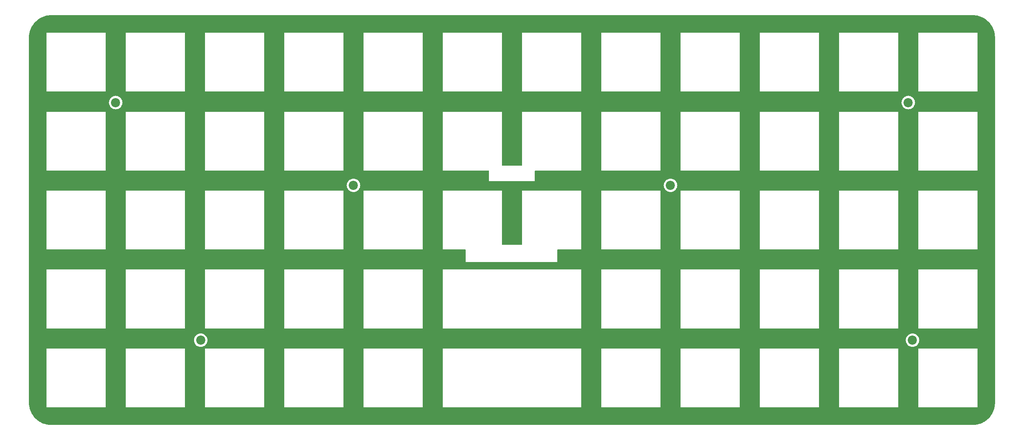
<source format=gbr>
%TF.GenerationSoftware,KiCad,Pcbnew,7.0.2*%
%TF.CreationDate,2023-05-30T09:58:56-07:00*%
%TF.ProjectId,5x12-plate,35783132-2d70-46c6-9174-652e6b696361,rev?*%
%TF.SameCoordinates,Original*%
%TF.FileFunction,Copper,L1,Top*%
%TF.FilePolarity,Positive*%
%FSLAX46Y46*%
G04 Gerber Fmt 4.6, Leading zero omitted, Abs format (unit mm)*
G04 Created by KiCad (PCBNEW 7.0.2) date 2023-05-30 09:58:56*
%MOMM*%
%LPD*%
G01*
G04 APERTURE LIST*
%TA.AperFunction,ComponentPad*%
%ADD10C,2.200000*%
%TD*%
G04 APERTURE END LIST*
D10*
%TO.P,REF\u002A\u002A,*%
%TO.N,*%
X90068400Y-53136800D03*
%TD*%
%TO.P,REF\u002A\u002A,*%
%TO.N,*%
X53340000Y-90424000D03*
%TD*%
%TO.P,REF\u002A\u002A,*%
%TO.N,*%
X32918400Y-33223200D03*
%TD*%
%TO.P,REF\u002A\u002A,*%
%TO.N,*%
X166268400Y-53136800D03*
%TD*%
%TO.P,REF\u002A\u002A,*%
%TO.N,*%
X224434400Y-90424000D03*
%TD*%
%TO.P,REF\u002A\u002A,*%
%TO.N,*%
X223418400Y-33223200D03*
%TD*%
%TA.AperFunction,NonConductor*%
G36*
X238919011Y-12179408D02*
G01*
X239133872Y-12188294D01*
X239359491Y-12198145D01*
X239369547Y-12198990D01*
X239592636Y-12226798D01*
X239810528Y-12255485D01*
X239819915Y-12257086D01*
X240041409Y-12303528D01*
X240255029Y-12350887D01*
X240263651Y-12353123D01*
X240408844Y-12396349D01*
X240481359Y-12417938D01*
X240499865Y-12423772D01*
X240689792Y-12483656D01*
X240697654Y-12486427D01*
X240908617Y-12568745D01*
X240910968Y-12569690D01*
X241111674Y-12652825D01*
X241118778Y-12656029D01*
X241322325Y-12755537D01*
X241325160Y-12756968D01*
X241517665Y-12857180D01*
X241523971Y-12860695D01*
X241718711Y-12976735D01*
X241721875Y-12978685D01*
X241904839Y-13095247D01*
X241910354Y-13098969D01*
X242094846Y-13230693D01*
X242098310Y-13233257D01*
X242270392Y-13365299D01*
X242275122Y-13369113D01*
X242448152Y-13515662D01*
X242451842Y-13518914D01*
X242611714Y-13665410D01*
X242615685Y-13669212D01*
X242775986Y-13829513D01*
X242779788Y-13833484D01*
X242926284Y-13993356D01*
X242929536Y-13997046D01*
X243076085Y-14170076D01*
X243079899Y-14174806D01*
X243211923Y-14346863D01*
X243214505Y-14350352D01*
X243346229Y-14534844D01*
X243349951Y-14540359D01*
X243466501Y-14723305D01*
X243468475Y-14726507D01*
X243584500Y-14921222D01*
X243588022Y-14927540D01*
X243688227Y-15120032D01*
X243689661Y-15122873D01*
X243789165Y-15326412D01*
X243792377Y-15333533D01*
X243875482Y-15534165D01*
X243876454Y-15536581D01*
X243958770Y-15747540D01*
X243961557Y-15755453D01*
X244027261Y-15963840D01*
X244092069Y-16181526D01*
X244094318Y-16190198D01*
X244141684Y-16403851D01*
X244188112Y-16625279D01*
X244189715Y-16634684D01*
X244218411Y-16852641D01*
X244246207Y-17075636D01*
X244247054Y-17085723D01*
X244256910Y-17311449D01*
X244265792Y-17526188D01*
X244265900Y-17531395D01*
X244265900Y-105484204D01*
X244265792Y-105489411D01*
X244256910Y-105704150D01*
X244247054Y-105929875D01*
X244246206Y-105939963D01*
X244218411Y-106162958D01*
X244189715Y-106380913D01*
X244188111Y-106390321D01*
X244141684Y-106611747D01*
X244094319Y-106825397D01*
X244092069Y-106834074D01*
X244027261Y-107051759D01*
X243961557Y-107260149D01*
X243958771Y-107268054D01*
X243876453Y-107479017D01*
X243875482Y-107481433D01*
X243792377Y-107682065D01*
X243789165Y-107689186D01*
X243689661Y-107892725D01*
X243688227Y-107895566D01*
X243588022Y-108088058D01*
X243584500Y-108094376D01*
X243468475Y-108289091D01*
X243466501Y-108292293D01*
X243349951Y-108475239D01*
X243346229Y-108480754D01*
X243214505Y-108665246D01*
X243211923Y-108668735D01*
X243079899Y-108840792D01*
X243076085Y-108845522D01*
X242929536Y-109018552D01*
X242926284Y-109022242D01*
X242779788Y-109182114D01*
X242775986Y-109186085D01*
X242615685Y-109346386D01*
X242611714Y-109350188D01*
X242451842Y-109496684D01*
X242448152Y-109499936D01*
X242275122Y-109646485D01*
X242270392Y-109650299D01*
X242098335Y-109782323D01*
X242094846Y-109784905D01*
X241910354Y-109916629D01*
X241904839Y-109920351D01*
X241721893Y-110036901D01*
X241718691Y-110038875D01*
X241523976Y-110154900D01*
X241517658Y-110158422D01*
X241325166Y-110258627D01*
X241322325Y-110260061D01*
X241118786Y-110359565D01*
X241111665Y-110362777D01*
X240911033Y-110445882D01*
X240908617Y-110446854D01*
X240697658Y-110529170D01*
X240689745Y-110531957D01*
X240481359Y-110597661D01*
X240263672Y-110662469D01*
X240255000Y-110664718D01*
X240041348Y-110712084D01*
X239819919Y-110758512D01*
X239810514Y-110760115D01*
X239592558Y-110788811D01*
X239369562Y-110816607D01*
X239359475Y-110817454D01*
X239133750Y-110827310D01*
X238919011Y-110836192D01*
X238913804Y-110836300D01*
X17418996Y-110836300D01*
X17413789Y-110836192D01*
X17199049Y-110827310D01*
X16973323Y-110817454D01*
X16963235Y-110816606D01*
X16740241Y-110788811D01*
X16522285Y-110760115D01*
X16512877Y-110758511D01*
X16291452Y-110712084D01*
X16077801Y-110664719D01*
X16069124Y-110662469D01*
X15851440Y-110597661D01*
X15692654Y-110547597D01*
X15643041Y-110531954D01*
X15635144Y-110529171D01*
X15424181Y-110446853D01*
X15421765Y-110445882D01*
X15221133Y-110362777D01*
X15214012Y-110359565D01*
X15010473Y-110260061D01*
X15007632Y-110258627D01*
X14815140Y-110158422D01*
X14808822Y-110154900D01*
X14614107Y-110038875D01*
X14610905Y-110036901D01*
X14427959Y-109920351D01*
X14422444Y-109916629D01*
X14237952Y-109784905D01*
X14234463Y-109782323D01*
X14062406Y-109650299D01*
X14057676Y-109646485D01*
X13884646Y-109499936D01*
X13880956Y-109496684D01*
X13721084Y-109350188D01*
X13717113Y-109346386D01*
X13556812Y-109186085D01*
X13553010Y-109182114D01*
X13406514Y-109022242D01*
X13403262Y-109018552D01*
X13256713Y-108845522D01*
X13252899Y-108840792D01*
X13120857Y-108668710D01*
X13118293Y-108665246D01*
X12986569Y-108480754D01*
X12982847Y-108475239D01*
X12866297Y-108292293D01*
X12864323Y-108289091D01*
X12748298Y-108094376D01*
X12744776Y-108088058D01*
X12644571Y-107895566D01*
X12643137Y-107892725D01*
X12543633Y-107689186D01*
X12540421Y-107682065D01*
X12457289Y-107481366D01*
X12456370Y-107479083D01*
X12374024Y-107268049D01*
X12371241Y-107260144D01*
X12305538Y-107051758D01*
X12240729Y-106834072D01*
X12238484Y-106825416D01*
X12191115Y-106611747D01*
X12180118Y-106559300D01*
X16317815Y-106559300D01*
X16317858Y-106583799D01*
X16317900Y-106583899D01*
X16318016Y-106584182D01*
X16318017Y-106584183D01*
X16318400Y-106584341D01*
X16318402Y-106584339D01*
X16343414Y-106584324D01*
X16343414Y-106584328D01*
X16343558Y-106584300D01*
X30443242Y-106584300D01*
X30443385Y-106584328D01*
X30443386Y-106584324D01*
X30468397Y-106584339D01*
X30468400Y-106584341D01*
X30468783Y-106584183D01*
X30468900Y-106583899D01*
X30468941Y-106583800D01*
X30468941Y-106583799D01*
X30468984Y-106559300D01*
X35367815Y-106559300D01*
X35367858Y-106583799D01*
X35367900Y-106583899D01*
X35368016Y-106584182D01*
X35368017Y-106584183D01*
X35368400Y-106584341D01*
X35368402Y-106584339D01*
X35393414Y-106584324D01*
X35393414Y-106584328D01*
X35393558Y-106584300D01*
X49493242Y-106584300D01*
X49493385Y-106584328D01*
X49493386Y-106584324D01*
X49518397Y-106584339D01*
X49518400Y-106584341D01*
X49518783Y-106584183D01*
X49518900Y-106583899D01*
X49518941Y-106583800D01*
X49518941Y-106583799D01*
X49518984Y-106559300D01*
X54417815Y-106559300D01*
X54417858Y-106583799D01*
X54417900Y-106583899D01*
X54418016Y-106584182D01*
X54418017Y-106584183D01*
X54418400Y-106584341D01*
X54418402Y-106584339D01*
X54443414Y-106584324D01*
X54443414Y-106584328D01*
X54443558Y-106584300D01*
X68543242Y-106584300D01*
X68543385Y-106584328D01*
X68543386Y-106584324D01*
X68568397Y-106584339D01*
X68568400Y-106584341D01*
X68568783Y-106584183D01*
X68568900Y-106583899D01*
X68568941Y-106583800D01*
X68568941Y-106583799D01*
X68568984Y-106559300D01*
X73467815Y-106559300D01*
X73467858Y-106583799D01*
X73467900Y-106583899D01*
X73468016Y-106584182D01*
X73468017Y-106584183D01*
X73468400Y-106584341D01*
X73468402Y-106584339D01*
X73493414Y-106584324D01*
X73493414Y-106584328D01*
X73493558Y-106584300D01*
X87593242Y-106584300D01*
X87593385Y-106584328D01*
X87593386Y-106584324D01*
X87618397Y-106584339D01*
X87618400Y-106584341D01*
X87618783Y-106584183D01*
X87618900Y-106583899D01*
X87618941Y-106583800D01*
X87618941Y-106583799D01*
X87618984Y-106559300D01*
X92517815Y-106559300D01*
X92517858Y-106583799D01*
X92517900Y-106583899D01*
X92518016Y-106584182D01*
X92518017Y-106584183D01*
X92518400Y-106584341D01*
X92518402Y-106584339D01*
X92543414Y-106584324D01*
X92543414Y-106584328D01*
X92543558Y-106584300D01*
X106643242Y-106584300D01*
X106643385Y-106584328D01*
X106643386Y-106584324D01*
X106668397Y-106584339D01*
X106668400Y-106584341D01*
X106668783Y-106584183D01*
X106668900Y-106583899D01*
X106668941Y-106583800D01*
X106668941Y-106583799D01*
X106668984Y-106559300D01*
X111567815Y-106559300D01*
X111567858Y-106583799D01*
X111567900Y-106583899D01*
X111568016Y-106584182D01*
X111568017Y-106584183D01*
X111568400Y-106584341D01*
X111568402Y-106584339D01*
X111593414Y-106584324D01*
X111593414Y-106584328D01*
X111593558Y-106584300D01*
X144743242Y-106584300D01*
X144743385Y-106584328D01*
X144743386Y-106584324D01*
X144768397Y-106584339D01*
X144768400Y-106584341D01*
X144768783Y-106584183D01*
X144768900Y-106583899D01*
X144768941Y-106583800D01*
X144768941Y-106583799D01*
X144768984Y-106559300D01*
X149667815Y-106559300D01*
X149667858Y-106583799D01*
X149667900Y-106583899D01*
X149668016Y-106584182D01*
X149668017Y-106584183D01*
X149668400Y-106584341D01*
X149668402Y-106584339D01*
X149693414Y-106584324D01*
X149693414Y-106584328D01*
X149693558Y-106584300D01*
X163793242Y-106584300D01*
X163793385Y-106584328D01*
X163793386Y-106584324D01*
X163818397Y-106584339D01*
X163818400Y-106584341D01*
X163818783Y-106584183D01*
X163818900Y-106583899D01*
X163818941Y-106583800D01*
X163818941Y-106583799D01*
X163818984Y-106559300D01*
X168717815Y-106559300D01*
X168717858Y-106583799D01*
X168717900Y-106583899D01*
X168718016Y-106584182D01*
X168718017Y-106584183D01*
X168718400Y-106584341D01*
X168718402Y-106584339D01*
X168743414Y-106584324D01*
X168743414Y-106584328D01*
X168743558Y-106584300D01*
X182843242Y-106584300D01*
X182843385Y-106584328D01*
X182843386Y-106584324D01*
X182868397Y-106584339D01*
X182868400Y-106584341D01*
X182868783Y-106584183D01*
X182868900Y-106583899D01*
X182868941Y-106583800D01*
X182868941Y-106583799D01*
X182868984Y-106559300D01*
X187767815Y-106559300D01*
X187767858Y-106583799D01*
X187767900Y-106583899D01*
X187768016Y-106584182D01*
X187768017Y-106584183D01*
X187768400Y-106584341D01*
X187768402Y-106584339D01*
X187793414Y-106584324D01*
X187793414Y-106584328D01*
X187793558Y-106584300D01*
X201893242Y-106584300D01*
X201893385Y-106584328D01*
X201893386Y-106584324D01*
X201918397Y-106584339D01*
X201918400Y-106584341D01*
X201918783Y-106584183D01*
X201918900Y-106583899D01*
X201918941Y-106583800D01*
X201918941Y-106583799D01*
X201918984Y-106559300D01*
X206817815Y-106559300D01*
X206817858Y-106583799D01*
X206817900Y-106583899D01*
X206818016Y-106584182D01*
X206818017Y-106584183D01*
X206818400Y-106584341D01*
X206818402Y-106584339D01*
X206843414Y-106584324D01*
X206843414Y-106584328D01*
X206843558Y-106584300D01*
X220943242Y-106584300D01*
X220943385Y-106584328D01*
X220943386Y-106584324D01*
X220968397Y-106584339D01*
X220968400Y-106584341D01*
X220968783Y-106584183D01*
X220968900Y-106583899D01*
X220968941Y-106583800D01*
X220968941Y-106583799D01*
X220968984Y-106559300D01*
X225867815Y-106559300D01*
X225867858Y-106583799D01*
X225867900Y-106583899D01*
X225868016Y-106584182D01*
X225868017Y-106584183D01*
X225868400Y-106584341D01*
X225868402Y-106584339D01*
X225893414Y-106584324D01*
X225893414Y-106584328D01*
X225893558Y-106584300D01*
X239993242Y-106584300D01*
X239993385Y-106584328D01*
X239993386Y-106584324D01*
X240018397Y-106584339D01*
X240018400Y-106584341D01*
X240018783Y-106584183D01*
X240018900Y-106583899D01*
X240018941Y-106583800D01*
X240018941Y-106583799D01*
X240018984Y-106559300D01*
X240018900Y-106558872D01*
X240018900Y-92458957D01*
X240018928Y-92458814D01*
X240018924Y-92458814D01*
X240018939Y-92433802D01*
X240018941Y-92433800D01*
X240018783Y-92433417D01*
X240018779Y-92433415D01*
X240018497Y-92433299D01*
X240018400Y-92433259D01*
X239993448Y-92433259D01*
X239993242Y-92433300D01*
X225893558Y-92433300D01*
X225893352Y-92433259D01*
X225868399Y-92433259D01*
X225868300Y-92433300D01*
X225868018Y-92433415D01*
X225868017Y-92433417D01*
X225867859Y-92433800D01*
X225867876Y-92458814D01*
X225867871Y-92458814D01*
X225867900Y-92458957D01*
X225867900Y-106558872D01*
X225867815Y-106559300D01*
X220968984Y-106559300D01*
X220968900Y-106558872D01*
X220968900Y-92458957D01*
X220968928Y-92458814D01*
X220968924Y-92458814D01*
X220968939Y-92433802D01*
X220968941Y-92433800D01*
X220968783Y-92433417D01*
X220968779Y-92433415D01*
X220968497Y-92433299D01*
X220968400Y-92433259D01*
X220943448Y-92433259D01*
X220943242Y-92433300D01*
X206843558Y-92433300D01*
X206843352Y-92433259D01*
X206818399Y-92433259D01*
X206818300Y-92433300D01*
X206818018Y-92433415D01*
X206818017Y-92433417D01*
X206817859Y-92433800D01*
X206817876Y-92458814D01*
X206817871Y-92458814D01*
X206817900Y-92458957D01*
X206817900Y-106558872D01*
X206817815Y-106559300D01*
X201918984Y-106559300D01*
X201918900Y-106558872D01*
X201918900Y-92458957D01*
X201918928Y-92458814D01*
X201918924Y-92458814D01*
X201918939Y-92433802D01*
X201918941Y-92433800D01*
X201918783Y-92433417D01*
X201918779Y-92433415D01*
X201918497Y-92433299D01*
X201918400Y-92433259D01*
X201893448Y-92433259D01*
X201893242Y-92433300D01*
X187793558Y-92433300D01*
X187793352Y-92433259D01*
X187768399Y-92433259D01*
X187768300Y-92433300D01*
X187768018Y-92433415D01*
X187768017Y-92433417D01*
X187767859Y-92433800D01*
X187767876Y-92458814D01*
X187767871Y-92458814D01*
X187767900Y-92458957D01*
X187767900Y-106558872D01*
X187767815Y-106559300D01*
X182868984Y-106559300D01*
X182868900Y-106558872D01*
X182868900Y-92458957D01*
X182868928Y-92458814D01*
X182868924Y-92458814D01*
X182868939Y-92433802D01*
X182868941Y-92433800D01*
X182868783Y-92433417D01*
X182868779Y-92433415D01*
X182868497Y-92433299D01*
X182868400Y-92433259D01*
X182843448Y-92433259D01*
X182843242Y-92433300D01*
X168743558Y-92433300D01*
X168743352Y-92433259D01*
X168718399Y-92433259D01*
X168718300Y-92433300D01*
X168718018Y-92433415D01*
X168718017Y-92433417D01*
X168717859Y-92433800D01*
X168717876Y-92458814D01*
X168717871Y-92458814D01*
X168717900Y-92458957D01*
X168717900Y-106558872D01*
X168717815Y-106559300D01*
X163818984Y-106559300D01*
X163818900Y-106558872D01*
X163818900Y-92458957D01*
X163818928Y-92458814D01*
X163818924Y-92458814D01*
X163818939Y-92433802D01*
X163818941Y-92433800D01*
X163818783Y-92433417D01*
X163818779Y-92433415D01*
X163818497Y-92433299D01*
X163818400Y-92433259D01*
X163793448Y-92433259D01*
X163793242Y-92433300D01*
X149693558Y-92433300D01*
X149693352Y-92433259D01*
X149668399Y-92433259D01*
X149668300Y-92433300D01*
X149668018Y-92433415D01*
X149668017Y-92433417D01*
X149667859Y-92433800D01*
X149667876Y-92458814D01*
X149667871Y-92458814D01*
X149667900Y-92458957D01*
X149667900Y-106558872D01*
X149667815Y-106559300D01*
X144768984Y-106559300D01*
X144768900Y-106558872D01*
X144768900Y-92458957D01*
X144768928Y-92458814D01*
X144768924Y-92458814D01*
X144768939Y-92433802D01*
X144768941Y-92433800D01*
X144768783Y-92433417D01*
X144768779Y-92433415D01*
X144768497Y-92433299D01*
X144768400Y-92433259D01*
X144743448Y-92433259D01*
X144743242Y-92433300D01*
X111593558Y-92433300D01*
X111593352Y-92433259D01*
X111568399Y-92433259D01*
X111568300Y-92433300D01*
X111568018Y-92433415D01*
X111568017Y-92433417D01*
X111567859Y-92433800D01*
X111567876Y-92458814D01*
X111567871Y-92458814D01*
X111567900Y-92458957D01*
X111567900Y-106558872D01*
X111567815Y-106559300D01*
X106668984Y-106559300D01*
X106668900Y-106558872D01*
X106668900Y-92458957D01*
X106668928Y-92458814D01*
X106668924Y-92458814D01*
X106668939Y-92433802D01*
X106668941Y-92433800D01*
X106668783Y-92433417D01*
X106668779Y-92433415D01*
X106668497Y-92433299D01*
X106668400Y-92433259D01*
X106643448Y-92433259D01*
X106643242Y-92433300D01*
X92543558Y-92433300D01*
X92543352Y-92433259D01*
X92518399Y-92433259D01*
X92518300Y-92433300D01*
X92518018Y-92433415D01*
X92518017Y-92433417D01*
X92517859Y-92433800D01*
X92517876Y-92458814D01*
X92517871Y-92458814D01*
X92517900Y-92458957D01*
X92517900Y-106558872D01*
X92517815Y-106559300D01*
X87618984Y-106559300D01*
X87618900Y-106558872D01*
X87618900Y-92458957D01*
X87618928Y-92458814D01*
X87618924Y-92458814D01*
X87618939Y-92433802D01*
X87618941Y-92433800D01*
X87618783Y-92433417D01*
X87618779Y-92433415D01*
X87618497Y-92433299D01*
X87618400Y-92433259D01*
X87593448Y-92433259D01*
X87593242Y-92433300D01*
X73493558Y-92433300D01*
X73493352Y-92433259D01*
X73468399Y-92433259D01*
X73468300Y-92433300D01*
X73468018Y-92433415D01*
X73468017Y-92433417D01*
X73467859Y-92433800D01*
X73467876Y-92458814D01*
X73467871Y-92458814D01*
X73467900Y-92458957D01*
X73467900Y-106558872D01*
X73467815Y-106559300D01*
X68568984Y-106559300D01*
X68568900Y-106558872D01*
X68568900Y-92458957D01*
X68568928Y-92458814D01*
X68568924Y-92458814D01*
X68568939Y-92433802D01*
X68568941Y-92433800D01*
X68568783Y-92433417D01*
X68568779Y-92433415D01*
X68568497Y-92433299D01*
X68568400Y-92433259D01*
X68543448Y-92433259D01*
X68543242Y-92433300D01*
X54443558Y-92433300D01*
X54443352Y-92433259D01*
X54418399Y-92433259D01*
X54418300Y-92433300D01*
X54418018Y-92433415D01*
X54418017Y-92433417D01*
X54417859Y-92433800D01*
X54417876Y-92458814D01*
X54417871Y-92458814D01*
X54417900Y-92458957D01*
X54417900Y-106558872D01*
X54417815Y-106559300D01*
X49518984Y-106559300D01*
X49518900Y-106558872D01*
X49518900Y-92458957D01*
X49518928Y-92458814D01*
X49518924Y-92458814D01*
X49518939Y-92433802D01*
X49518941Y-92433800D01*
X49518783Y-92433417D01*
X49518779Y-92433415D01*
X49518497Y-92433299D01*
X49518400Y-92433259D01*
X49493448Y-92433259D01*
X49493242Y-92433300D01*
X35393558Y-92433300D01*
X35393352Y-92433259D01*
X35368399Y-92433259D01*
X35368300Y-92433300D01*
X35368018Y-92433415D01*
X35368017Y-92433417D01*
X35367859Y-92433800D01*
X35367876Y-92458814D01*
X35367871Y-92458814D01*
X35367900Y-92458957D01*
X35367900Y-106558872D01*
X35367815Y-106559300D01*
X30468984Y-106559300D01*
X30468900Y-106558872D01*
X30468900Y-92458957D01*
X30468928Y-92458814D01*
X30468924Y-92458814D01*
X30468939Y-92433802D01*
X30468941Y-92433800D01*
X30468783Y-92433417D01*
X30468779Y-92433415D01*
X30468497Y-92433299D01*
X30468400Y-92433259D01*
X30443448Y-92433259D01*
X30443242Y-92433300D01*
X16343558Y-92433300D01*
X16343352Y-92433259D01*
X16318399Y-92433259D01*
X16318300Y-92433300D01*
X16318018Y-92433415D01*
X16318017Y-92433417D01*
X16317859Y-92433800D01*
X16317876Y-92458814D01*
X16317871Y-92458814D01*
X16317900Y-92458957D01*
X16317900Y-106558872D01*
X16317815Y-106559300D01*
X12180118Y-106559300D01*
X12144681Y-106390294D01*
X12143086Y-106380933D01*
X12114398Y-106163035D01*
X12086587Y-105939922D01*
X12085745Y-105929893D01*
X12075894Y-105704272D01*
X12067008Y-105489411D01*
X12066900Y-105484204D01*
X12066900Y-90423999D01*
X51726526Y-90423999D01*
X51746390Y-90676403D01*
X51805494Y-90922590D01*
X51805495Y-90922591D01*
X51902384Y-91156502D01*
X52034672Y-91372376D01*
X52199102Y-91564898D01*
X52391624Y-91729328D01*
X52607498Y-91861616D01*
X52841409Y-91958505D01*
X53028492Y-92003419D01*
X53087596Y-92017609D01*
X53107460Y-92019172D01*
X53340000Y-92037474D01*
X53592403Y-92017609D01*
X53838591Y-91958505D01*
X54072502Y-91861616D01*
X54288376Y-91729328D01*
X54480898Y-91564898D01*
X54645328Y-91372376D01*
X54777616Y-91156502D01*
X54874505Y-90922591D01*
X54933609Y-90676403D01*
X54953474Y-90424000D01*
X222820926Y-90424000D01*
X222840790Y-90676403D01*
X222899895Y-90922591D01*
X222996784Y-91156502D01*
X223129072Y-91372376D01*
X223293502Y-91564898D01*
X223486024Y-91729328D01*
X223701898Y-91861616D01*
X223935809Y-91958505D01*
X224122891Y-92003419D01*
X224181996Y-92017609D01*
X224200411Y-92019058D01*
X224434400Y-92037474D01*
X224686803Y-92017609D01*
X224932991Y-91958505D01*
X225166902Y-91861616D01*
X225382776Y-91729328D01*
X225575298Y-91564898D01*
X225739728Y-91372376D01*
X225872016Y-91156502D01*
X225968905Y-90922591D01*
X226028009Y-90676403D01*
X226047874Y-90424000D01*
X226028009Y-90171597D01*
X225968905Y-89925409D01*
X225872016Y-89691498D01*
X225739728Y-89475624D01*
X225575298Y-89283102D01*
X225382776Y-89118672D01*
X225166902Y-88986384D01*
X224932991Y-88889495D01*
X224932990Y-88889494D01*
X224686803Y-88830390D01*
X224452814Y-88811975D01*
X224434400Y-88810526D01*
X224434399Y-88810526D01*
X224181996Y-88830390D01*
X223935808Y-88889495D01*
X223701899Y-88986383D01*
X223593960Y-89052528D01*
X223486024Y-89118672D01*
X223486022Y-89118673D01*
X223486023Y-89118673D01*
X223293502Y-89283102D01*
X223129073Y-89475623D01*
X222996783Y-89691499D01*
X222899895Y-89925408D01*
X222840790Y-90171596D01*
X222820926Y-90424000D01*
X54953474Y-90424000D01*
X54933609Y-90171597D01*
X54874505Y-89925409D01*
X54777616Y-89691498D01*
X54645328Y-89475624D01*
X54480898Y-89283102D01*
X54288376Y-89118672D01*
X54072502Y-88986384D01*
X53838591Y-88889495D01*
X53838590Y-88889495D01*
X53592403Y-88830390D01*
X53358414Y-88811975D01*
X53340000Y-88810526D01*
X53339999Y-88810526D01*
X53087596Y-88830390D01*
X52841408Y-88889495D01*
X52607499Y-88986383D01*
X52499560Y-89052528D01*
X52391624Y-89118672D01*
X52391622Y-89118673D01*
X52391623Y-89118673D01*
X52199102Y-89283102D01*
X52034673Y-89475623D01*
X51902383Y-89691499D01*
X51805495Y-89925408D01*
X51746390Y-90171596D01*
X51726526Y-90423999D01*
X12066900Y-90423999D01*
X12066900Y-87559300D01*
X16317815Y-87559300D01*
X16317858Y-87583799D01*
X16317900Y-87583899D01*
X16318016Y-87584182D01*
X16318017Y-87584183D01*
X16318400Y-87584341D01*
X16318402Y-87584339D01*
X16343414Y-87584324D01*
X16343414Y-87584328D01*
X16343558Y-87584300D01*
X30443242Y-87584300D01*
X30443385Y-87584328D01*
X30443386Y-87584324D01*
X30468397Y-87584339D01*
X30468400Y-87584341D01*
X30468783Y-87584183D01*
X30468900Y-87583899D01*
X30468941Y-87583800D01*
X30468941Y-87583799D01*
X30468984Y-87559300D01*
X35367815Y-87559300D01*
X35367858Y-87583799D01*
X35367900Y-87583899D01*
X35368016Y-87584182D01*
X35368017Y-87584183D01*
X35368400Y-87584341D01*
X35368402Y-87584339D01*
X35393414Y-87584324D01*
X35393414Y-87584328D01*
X35393558Y-87584300D01*
X49493242Y-87584300D01*
X49493385Y-87584328D01*
X49493386Y-87584324D01*
X49518397Y-87584339D01*
X49518400Y-87584341D01*
X49518783Y-87584183D01*
X49518900Y-87583899D01*
X49518941Y-87583800D01*
X49518941Y-87583799D01*
X49518984Y-87559300D01*
X54417815Y-87559300D01*
X54417858Y-87583799D01*
X54417900Y-87583899D01*
X54418016Y-87584182D01*
X54418017Y-87584183D01*
X54418400Y-87584341D01*
X54418402Y-87584339D01*
X54443414Y-87584324D01*
X54443414Y-87584328D01*
X54443558Y-87584300D01*
X68543242Y-87584300D01*
X68543385Y-87584328D01*
X68543386Y-87584324D01*
X68568397Y-87584339D01*
X68568400Y-87584341D01*
X68568783Y-87584183D01*
X68568900Y-87583899D01*
X68568941Y-87583800D01*
X68568941Y-87583799D01*
X68568984Y-87559300D01*
X73467815Y-87559300D01*
X73467858Y-87583799D01*
X73467900Y-87583899D01*
X73468016Y-87584182D01*
X73468017Y-87584183D01*
X73468400Y-87584341D01*
X73468402Y-87584339D01*
X73493414Y-87584324D01*
X73493414Y-87584328D01*
X73493558Y-87584300D01*
X87593242Y-87584300D01*
X87593385Y-87584328D01*
X87593386Y-87584324D01*
X87618397Y-87584339D01*
X87618400Y-87584341D01*
X87618783Y-87584183D01*
X87618900Y-87583899D01*
X87618941Y-87583800D01*
X87618941Y-87583799D01*
X87618984Y-87559300D01*
X92517815Y-87559300D01*
X92517858Y-87583799D01*
X92517900Y-87583899D01*
X92518016Y-87584182D01*
X92518017Y-87584183D01*
X92518400Y-87584341D01*
X92518402Y-87584339D01*
X92543414Y-87584324D01*
X92543414Y-87584328D01*
X92543558Y-87584300D01*
X106643242Y-87584300D01*
X106643385Y-87584328D01*
X106643386Y-87584324D01*
X106668397Y-87584339D01*
X106668400Y-87584341D01*
X106668783Y-87584183D01*
X106668900Y-87583899D01*
X106668941Y-87583800D01*
X106668941Y-87583799D01*
X106668984Y-87559300D01*
X111567815Y-87559300D01*
X111567858Y-87583799D01*
X111567900Y-87583899D01*
X111568016Y-87584182D01*
X111568017Y-87584183D01*
X111568400Y-87584341D01*
X111568402Y-87584339D01*
X111593414Y-87584324D01*
X111593414Y-87584328D01*
X111593558Y-87584300D01*
X144743242Y-87584300D01*
X144743385Y-87584328D01*
X144743386Y-87584324D01*
X144768397Y-87584339D01*
X144768400Y-87584341D01*
X144768783Y-87584183D01*
X144768900Y-87583899D01*
X144768941Y-87583800D01*
X144768941Y-87583799D01*
X144768984Y-87559300D01*
X149667815Y-87559300D01*
X149667858Y-87583799D01*
X149667900Y-87583899D01*
X149668016Y-87584182D01*
X149668017Y-87584183D01*
X149668400Y-87584341D01*
X149668402Y-87584339D01*
X149693414Y-87584324D01*
X149693414Y-87584328D01*
X149693558Y-87584300D01*
X163793242Y-87584300D01*
X163793385Y-87584328D01*
X163793386Y-87584324D01*
X163818397Y-87584339D01*
X163818400Y-87584341D01*
X163818783Y-87584183D01*
X163818900Y-87583899D01*
X163818941Y-87583800D01*
X163818941Y-87583799D01*
X163818984Y-87559300D01*
X168717815Y-87559300D01*
X168717858Y-87583799D01*
X168717900Y-87583899D01*
X168718016Y-87584182D01*
X168718017Y-87584183D01*
X168718400Y-87584341D01*
X168718402Y-87584339D01*
X168743414Y-87584324D01*
X168743414Y-87584328D01*
X168743558Y-87584300D01*
X182843242Y-87584300D01*
X182843385Y-87584328D01*
X182843386Y-87584324D01*
X182868397Y-87584339D01*
X182868400Y-87584341D01*
X182868783Y-87584183D01*
X182868900Y-87583899D01*
X182868941Y-87583800D01*
X182868941Y-87583799D01*
X182868984Y-87559300D01*
X187767815Y-87559300D01*
X187767858Y-87583799D01*
X187767900Y-87583899D01*
X187768016Y-87584182D01*
X187768017Y-87584183D01*
X187768400Y-87584341D01*
X187768402Y-87584339D01*
X187793414Y-87584324D01*
X187793414Y-87584328D01*
X187793558Y-87584300D01*
X201893242Y-87584300D01*
X201893385Y-87584328D01*
X201893386Y-87584324D01*
X201918397Y-87584339D01*
X201918400Y-87584341D01*
X201918783Y-87584183D01*
X201918900Y-87583899D01*
X201918941Y-87583800D01*
X201918941Y-87583799D01*
X201918984Y-87559300D01*
X206817815Y-87559300D01*
X206817858Y-87583799D01*
X206817900Y-87583899D01*
X206818016Y-87584182D01*
X206818017Y-87584183D01*
X206818400Y-87584341D01*
X206818402Y-87584339D01*
X206843414Y-87584324D01*
X206843414Y-87584328D01*
X206843558Y-87584300D01*
X220943242Y-87584300D01*
X220943385Y-87584328D01*
X220943386Y-87584324D01*
X220968397Y-87584339D01*
X220968400Y-87584341D01*
X220968783Y-87584183D01*
X220968900Y-87583899D01*
X220968941Y-87583800D01*
X220968941Y-87583799D01*
X220968984Y-87559300D01*
X225867815Y-87559300D01*
X225867858Y-87583799D01*
X225867900Y-87583899D01*
X225868016Y-87584182D01*
X225868017Y-87584183D01*
X225868400Y-87584341D01*
X225868402Y-87584339D01*
X225893414Y-87584324D01*
X225893414Y-87584328D01*
X225893558Y-87584300D01*
X239993242Y-87584300D01*
X239993385Y-87584328D01*
X239993386Y-87584324D01*
X240018397Y-87584339D01*
X240018400Y-87584341D01*
X240018783Y-87584183D01*
X240018900Y-87583899D01*
X240018941Y-87583800D01*
X240018941Y-87583799D01*
X240018984Y-87559300D01*
X240018900Y-87558872D01*
X240018900Y-73458957D01*
X240018928Y-73458814D01*
X240018924Y-73458814D01*
X240018939Y-73433802D01*
X240018941Y-73433800D01*
X240018783Y-73433417D01*
X240018779Y-73433415D01*
X240018497Y-73433299D01*
X240018400Y-73433259D01*
X239993448Y-73433259D01*
X239993242Y-73433300D01*
X225893558Y-73433300D01*
X225893352Y-73433259D01*
X225868399Y-73433259D01*
X225868300Y-73433300D01*
X225868018Y-73433415D01*
X225868017Y-73433417D01*
X225867859Y-73433800D01*
X225867876Y-73458814D01*
X225867871Y-73458814D01*
X225867900Y-73458957D01*
X225867900Y-87558872D01*
X225867815Y-87559300D01*
X220968984Y-87559300D01*
X220968900Y-87558872D01*
X220968900Y-73458957D01*
X220968928Y-73458814D01*
X220968924Y-73458814D01*
X220968939Y-73433802D01*
X220968941Y-73433800D01*
X220968783Y-73433417D01*
X220968779Y-73433415D01*
X220968497Y-73433299D01*
X220968400Y-73433259D01*
X220943448Y-73433259D01*
X220943242Y-73433300D01*
X206843558Y-73433300D01*
X206843352Y-73433259D01*
X206818399Y-73433259D01*
X206818300Y-73433300D01*
X206818018Y-73433415D01*
X206818017Y-73433417D01*
X206817859Y-73433800D01*
X206817876Y-73458814D01*
X206817871Y-73458814D01*
X206817900Y-73458957D01*
X206817900Y-87558872D01*
X206817815Y-87559300D01*
X201918984Y-87559300D01*
X201918900Y-87558872D01*
X201918900Y-73458957D01*
X201918928Y-73458814D01*
X201918924Y-73458814D01*
X201918939Y-73433802D01*
X201918941Y-73433800D01*
X201918783Y-73433417D01*
X201918779Y-73433415D01*
X201918497Y-73433299D01*
X201918400Y-73433259D01*
X201893448Y-73433259D01*
X201893242Y-73433300D01*
X187793558Y-73433300D01*
X187793352Y-73433259D01*
X187768399Y-73433259D01*
X187768300Y-73433300D01*
X187768018Y-73433415D01*
X187768017Y-73433417D01*
X187767859Y-73433800D01*
X187767876Y-73458814D01*
X187767871Y-73458814D01*
X187767900Y-73458957D01*
X187767900Y-87558872D01*
X187767815Y-87559300D01*
X182868984Y-87559300D01*
X182868900Y-87558872D01*
X182868900Y-73458957D01*
X182868928Y-73458814D01*
X182868924Y-73458814D01*
X182868939Y-73433802D01*
X182868941Y-73433800D01*
X182868783Y-73433417D01*
X182868779Y-73433415D01*
X182868497Y-73433299D01*
X182868400Y-73433259D01*
X182843448Y-73433259D01*
X182843242Y-73433300D01*
X168743558Y-73433300D01*
X168743352Y-73433259D01*
X168718399Y-73433259D01*
X168718300Y-73433300D01*
X168718018Y-73433415D01*
X168718017Y-73433417D01*
X168717859Y-73433800D01*
X168717876Y-73458814D01*
X168717871Y-73458814D01*
X168717900Y-73458957D01*
X168717900Y-87558872D01*
X168717815Y-87559300D01*
X163818984Y-87559300D01*
X163818900Y-87558872D01*
X163818900Y-73458957D01*
X163818928Y-73458814D01*
X163818924Y-73458814D01*
X163818939Y-73433802D01*
X163818941Y-73433800D01*
X163818783Y-73433417D01*
X163818779Y-73433415D01*
X163818497Y-73433299D01*
X163818400Y-73433259D01*
X163793448Y-73433259D01*
X163793242Y-73433300D01*
X149693558Y-73433300D01*
X149693352Y-73433259D01*
X149668399Y-73433259D01*
X149668300Y-73433300D01*
X149668018Y-73433415D01*
X149668017Y-73433417D01*
X149667859Y-73433800D01*
X149667876Y-73458814D01*
X149667871Y-73458814D01*
X149667900Y-73458957D01*
X149667900Y-87558872D01*
X149667815Y-87559300D01*
X144768984Y-87559300D01*
X144768900Y-87558872D01*
X144768900Y-73458957D01*
X144768928Y-73458814D01*
X144768924Y-73458814D01*
X144768939Y-73433802D01*
X144768941Y-73433800D01*
X144768783Y-73433417D01*
X144768779Y-73433415D01*
X144768497Y-73433299D01*
X144768400Y-73433259D01*
X144743448Y-73433259D01*
X144743242Y-73433300D01*
X111593558Y-73433300D01*
X111593352Y-73433259D01*
X111568399Y-73433259D01*
X111568300Y-73433300D01*
X111568018Y-73433415D01*
X111568017Y-73433417D01*
X111567859Y-73433800D01*
X111567876Y-73458814D01*
X111567871Y-73458814D01*
X111567900Y-73458957D01*
X111567900Y-87558872D01*
X111567815Y-87559300D01*
X106668984Y-87559300D01*
X106668900Y-87558872D01*
X106668900Y-73458957D01*
X106668928Y-73458814D01*
X106668924Y-73458814D01*
X106668939Y-73433802D01*
X106668941Y-73433800D01*
X106668783Y-73433417D01*
X106668779Y-73433415D01*
X106668497Y-73433299D01*
X106668400Y-73433259D01*
X106643448Y-73433259D01*
X106643242Y-73433300D01*
X92543558Y-73433300D01*
X92543352Y-73433259D01*
X92518399Y-73433259D01*
X92518300Y-73433300D01*
X92518018Y-73433415D01*
X92518017Y-73433417D01*
X92517859Y-73433800D01*
X92517876Y-73458814D01*
X92517871Y-73458814D01*
X92517900Y-73458957D01*
X92517900Y-87558872D01*
X92517815Y-87559300D01*
X87618984Y-87559300D01*
X87618900Y-87558872D01*
X87618900Y-73458957D01*
X87618928Y-73458814D01*
X87618924Y-73458814D01*
X87618939Y-73433802D01*
X87618941Y-73433800D01*
X87618783Y-73433417D01*
X87618779Y-73433415D01*
X87618497Y-73433299D01*
X87618400Y-73433259D01*
X87593448Y-73433259D01*
X87593242Y-73433300D01*
X73493558Y-73433300D01*
X73493352Y-73433259D01*
X73468399Y-73433259D01*
X73468300Y-73433300D01*
X73468018Y-73433415D01*
X73468017Y-73433417D01*
X73467859Y-73433800D01*
X73467876Y-73458814D01*
X73467871Y-73458814D01*
X73467900Y-73458957D01*
X73467900Y-87558872D01*
X73467815Y-87559300D01*
X68568984Y-87559300D01*
X68568900Y-87558872D01*
X68568900Y-73458957D01*
X68568928Y-73458814D01*
X68568924Y-73458814D01*
X68568939Y-73433802D01*
X68568941Y-73433800D01*
X68568783Y-73433417D01*
X68568779Y-73433415D01*
X68568497Y-73433299D01*
X68568400Y-73433259D01*
X68543448Y-73433259D01*
X68543242Y-73433300D01*
X54443558Y-73433300D01*
X54443352Y-73433259D01*
X54418399Y-73433259D01*
X54418300Y-73433300D01*
X54418018Y-73433415D01*
X54418017Y-73433417D01*
X54417859Y-73433800D01*
X54417876Y-73458814D01*
X54417871Y-73458814D01*
X54417900Y-73458957D01*
X54417900Y-87558872D01*
X54417815Y-87559300D01*
X49518984Y-87559300D01*
X49518900Y-87558872D01*
X49518900Y-73458957D01*
X49518928Y-73458814D01*
X49518924Y-73458814D01*
X49518939Y-73433802D01*
X49518941Y-73433800D01*
X49518783Y-73433417D01*
X49518779Y-73433415D01*
X49518497Y-73433299D01*
X49518400Y-73433259D01*
X49493448Y-73433259D01*
X49493242Y-73433300D01*
X35393558Y-73433300D01*
X35393352Y-73433259D01*
X35368399Y-73433259D01*
X35368300Y-73433300D01*
X35368018Y-73433415D01*
X35368017Y-73433417D01*
X35367859Y-73433800D01*
X35367876Y-73458814D01*
X35367871Y-73458814D01*
X35367900Y-73458957D01*
X35367900Y-87558872D01*
X35367815Y-87559300D01*
X30468984Y-87559300D01*
X30468900Y-87558872D01*
X30468900Y-73458957D01*
X30468928Y-73458814D01*
X30468924Y-73458814D01*
X30468939Y-73433802D01*
X30468941Y-73433800D01*
X30468783Y-73433417D01*
X30468779Y-73433415D01*
X30468497Y-73433299D01*
X30468400Y-73433259D01*
X30443448Y-73433259D01*
X30443242Y-73433300D01*
X16343558Y-73433300D01*
X16343352Y-73433259D01*
X16318399Y-73433259D01*
X16318300Y-73433300D01*
X16318018Y-73433415D01*
X16318017Y-73433417D01*
X16317859Y-73433800D01*
X16317876Y-73458814D01*
X16317871Y-73458814D01*
X16317900Y-73458957D01*
X16317900Y-87558872D01*
X16317815Y-87559300D01*
X12066900Y-87559300D01*
X12066900Y-68559300D01*
X16317815Y-68559300D01*
X16317858Y-68583799D01*
X16317900Y-68583899D01*
X16318016Y-68584182D01*
X16318017Y-68584183D01*
X16318400Y-68584341D01*
X16318402Y-68584339D01*
X16343414Y-68584324D01*
X16343414Y-68584328D01*
X16343558Y-68584300D01*
X30443242Y-68584300D01*
X30443385Y-68584328D01*
X30443386Y-68584324D01*
X30468397Y-68584339D01*
X30468400Y-68584341D01*
X30468783Y-68584183D01*
X30468900Y-68583899D01*
X30468941Y-68583800D01*
X30468941Y-68583799D01*
X30468984Y-68559300D01*
X35367815Y-68559300D01*
X35367858Y-68583799D01*
X35367900Y-68583899D01*
X35368016Y-68584182D01*
X35368017Y-68584183D01*
X35368400Y-68584341D01*
X35368402Y-68584339D01*
X35393414Y-68584324D01*
X35393414Y-68584328D01*
X35393558Y-68584300D01*
X49493242Y-68584300D01*
X49493385Y-68584328D01*
X49493386Y-68584324D01*
X49518397Y-68584339D01*
X49518400Y-68584341D01*
X49518783Y-68584183D01*
X49518900Y-68583899D01*
X49518941Y-68583800D01*
X49518941Y-68583799D01*
X49518984Y-68559300D01*
X54417815Y-68559300D01*
X54417858Y-68583799D01*
X54417900Y-68583899D01*
X54418016Y-68584182D01*
X54418017Y-68584183D01*
X54418400Y-68584341D01*
X54418402Y-68584339D01*
X54443414Y-68584324D01*
X54443414Y-68584328D01*
X54443558Y-68584300D01*
X68543242Y-68584300D01*
X68543385Y-68584328D01*
X68543386Y-68584324D01*
X68568397Y-68584339D01*
X68568400Y-68584341D01*
X68568783Y-68584183D01*
X68568900Y-68583899D01*
X68568941Y-68583800D01*
X68568941Y-68583799D01*
X68568984Y-68559300D01*
X73467815Y-68559300D01*
X73467858Y-68583799D01*
X73467900Y-68583899D01*
X73468016Y-68584182D01*
X73468017Y-68584183D01*
X73468400Y-68584341D01*
X73468402Y-68584339D01*
X73493414Y-68584324D01*
X73493414Y-68584328D01*
X73493558Y-68584300D01*
X87593242Y-68584300D01*
X87593385Y-68584328D01*
X87593386Y-68584324D01*
X87618397Y-68584339D01*
X87618400Y-68584341D01*
X87618783Y-68584183D01*
X87618900Y-68583899D01*
X87618941Y-68583800D01*
X87618941Y-68583799D01*
X87618984Y-68559300D01*
X92517815Y-68559300D01*
X92517858Y-68583799D01*
X92517900Y-68583899D01*
X92518016Y-68584182D01*
X92518017Y-68584183D01*
X92518400Y-68584341D01*
X92518402Y-68584339D01*
X92543414Y-68584324D01*
X92543414Y-68584328D01*
X92543558Y-68584300D01*
X106643242Y-68584300D01*
X106643385Y-68584328D01*
X106643386Y-68584324D01*
X106668397Y-68584339D01*
X106668400Y-68584341D01*
X106668783Y-68584183D01*
X106668900Y-68583899D01*
X106668941Y-68583800D01*
X106668941Y-68583799D01*
X106668984Y-68559524D01*
X111567771Y-68559524D01*
X111567858Y-68583799D01*
X111567858Y-68583801D01*
X111567859Y-68583801D01*
X111567900Y-68583899D01*
X111568017Y-68584183D01*
X111568400Y-68584341D01*
X111568402Y-68584339D01*
X111578704Y-68584289D01*
X114521928Y-68581169D01*
X116914768Y-68578633D01*
X116982908Y-68598563D01*
X117029458Y-68652169D01*
X117040900Y-68704633D01*
X117040900Y-71597072D01*
X117040815Y-71597500D01*
X117040858Y-71621999D01*
X117040900Y-71622099D01*
X117041016Y-71622382D01*
X117041017Y-71622383D01*
X117041400Y-71622541D01*
X117041402Y-71622539D01*
X117066414Y-71622524D01*
X117066414Y-71622528D01*
X117066558Y-71622500D01*
X128041301Y-71622500D01*
X139016242Y-71622500D01*
X139016385Y-71622528D01*
X139016386Y-71622524D01*
X139041397Y-71622539D01*
X139041400Y-71622541D01*
X139041783Y-71622383D01*
X139041900Y-71622099D01*
X139041941Y-71622000D01*
X139041941Y-71621999D01*
X139041984Y-71597500D01*
X139041900Y-71597072D01*
X139041900Y-68704627D01*
X139061902Y-68636506D01*
X139115558Y-68590013D01*
X139168024Y-68578627D01*
X144749367Y-68584279D01*
X144768397Y-68584339D01*
X144768400Y-68584341D01*
X144768783Y-68584183D01*
X144768900Y-68583899D01*
X144768941Y-68583801D01*
X144768940Y-68583800D01*
X144769028Y-68559524D01*
X144768984Y-68559300D01*
X149667815Y-68559300D01*
X149667858Y-68583799D01*
X149667900Y-68583899D01*
X149668016Y-68584182D01*
X149668017Y-68584183D01*
X149668400Y-68584341D01*
X149668402Y-68584339D01*
X149693414Y-68584324D01*
X149693414Y-68584328D01*
X149693558Y-68584300D01*
X163793242Y-68584300D01*
X163793385Y-68584328D01*
X163793386Y-68584324D01*
X163818397Y-68584339D01*
X163818400Y-68584341D01*
X163818783Y-68584183D01*
X163818900Y-68583899D01*
X163818941Y-68583800D01*
X163818941Y-68583799D01*
X163818984Y-68559300D01*
X168717815Y-68559300D01*
X168717858Y-68583799D01*
X168717900Y-68583899D01*
X168718016Y-68584182D01*
X168718017Y-68584183D01*
X168718400Y-68584341D01*
X168718402Y-68584339D01*
X168743414Y-68584324D01*
X168743414Y-68584328D01*
X168743558Y-68584300D01*
X182843242Y-68584300D01*
X182843385Y-68584328D01*
X182843386Y-68584324D01*
X182868397Y-68584339D01*
X182868400Y-68584341D01*
X182868783Y-68584183D01*
X182868900Y-68583899D01*
X182868941Y-68583800D01*
X182868941Y-68583799D01*
X182868984Y-68559300D01*
X187767815Y-68559300D01*
X187767858Y-68583799D01*
X187767900Y-68583899D01*
X187768016Y-68584182D01*
X187768017Y-68584183D01*
X187768400Y-68584341D01*
X187768402Y-68584339D01*
X187793414Y-68584324D01*
X187793414Y-68584328D01*
X187793558Y-68584300D01*
X201893242Y-68584300D01*
X201893385Y-68584328D01*
X201893386Y-68584324D01*
X201918397Y-68584339D01*
X201918400Y-68584341D01*
X201918783Y-68584183D01*
X201918900Y-68583899D01*
X201918941Y-68583800D01*
X201918941Y-68583799D01*
X201918984Y-68559300D01*
X206817815Y-68559300D01*
X206817858Y-68583799D01*
X206817900Y-68583899D01*
X206818016Y-68584182D01*
X206818017Y-68584183D01*
X206818400Y-68584341D01*
X206818402Y-68584339D01*
X206843414Y-68584324D01*
X206843414Y-68584328D01*
X206843558Y-68584300D01*
X220943242Y-68584300D01*
X220943385Y-68584328D01*
X220943386Y-68584324D01*
X220968397Y-68584339D01*
X220968400Y-68584341D01*
X220968783Y-68584183D01*
X220968900Y-68583899D01*
X220968941Y-68583800D01*
X220968941Y-68583799D01*
X220968984Y-68559300D01*
X225867815Y-68559300D01*
X225867858Y-68583799D01*
X225867900Y-68583899D01*
X225868016Y-68584182D01*
X225868017Y-68584183D01*
X225868400Y-68584341D01*
X225868402Y-68584339D01*
X225893414Y-68584324D01*
X225893414Y-68584328D01*
X225893558Y-68584300D01*
X239993242Y-68584300D01*
X239993385Y-68584328D01*
X239993386Y-68584324D01*
X240018397Y-68584339D01*
X240018400Y-68584341D01*
X240018783Y-68584183D01*
X240018900Y-68583899D01*
X240018941Y-68583800D01*
X240018941Y-68583799D01*
X240018984Y-68559300D01*
X240018900Y-68558872D01*
X240018900Y-54458957D01*
X240018928Y-54458814D01*
X240018924Y-54458814D01*
X240018939Y-54433802D01*
X240018941Y-54433800D01*
X240018783Y-54433417D01*
X240018779Y-54433415D01*
X240018497Y-54433299D01*
X240018400Y-54433259D01*
X239993448Y-54433259D01*
X239993242Y-54433300D01*
X225893558Y-54433300D01*
X225893352Y-54433259D01*
X225868399Y-54433259D01*
X225868300Y-54433300D01*
X225868018Y-54433415D01*
X225868017Y-54433417D01*
X225867859Y-54433800D01*
X225867876Y-54458814D01*
X225867871Y-54458814D01*
X225867900Y-54458957D01*
X225867900Y-68558872D01*
X225867815Y-68559300D01*
X220968984Y-68559300D01*
X220968900Y-68558872D01*
X220968900Y-54458957D01*
X220968928Y-54458814D01*
X220968924Y-54458814D01*
X220968939Y-54433802D01*
X220968941Y-54433800D01*
X220968783Y-54433417D01*
X220968779Y-54433415D01*
X220968497Y-54433299D01*
X220968400Y-54433259D01*
X220943448Y-54433259D01*
X220943242Y-54433300D01*
X206843558Y-54433300D01*
X206843352Y-54433259D01*
X206818399Y-54433259D01*
X206818300Y-54433300D01*
X206818018Y-54433415D01*
X206818017Y-54433417D01*
X206817859Y-54433800D01*
X206817876Y-54458814D01*
X206817871Y-54458814D01*
X206817900Y-54458957D01*
X206817900Y-68558872D01*
X206817815Y-68559300D01*
X201918984Y-68559300D01*
X201918900Y-68558872D01*
X201918900Y-54458957D01*
X201918928Y-54458814D01*
X201918924Y-54458814D01*
X201918939Y-54433802D01*
X201918941Y-54433800D01*
X201918783Y-54433417D01*
X201918779Y-54433415D01*
X201918497Y-54433299D01*
X201918400Y-54433259D01*
X201893448Y-54433259D01*
X201893242Y-54433300D01*
X187793558Y-54433300D01*
X187793352Y-54433259D01*
X187768399Y-54433259D01*
X187768300Y-54433300D01*
X187768018Y-54433415D01*
X187768017Y-54433417D01*
X187767859Y-54433800D01*
X187767876Y-54458814D01*
X187767871Y-54458814D01*
X187767900Y-54458957D01*
X187767900Y-68558872D01*
X187767815Y-68559300D01*
X182868984Y-68559300D01*
X182868900Y-68558872D01*
X182868900Y-54458957D01*
X182868928Y-54458814D01*
X182868924Y-54458814D01*
X182868939Y-54433802D01*
X182868941Y-54433800D01*
X182868783Y-54433417D01*
X182868779Y-54433415D01*
X182868497Y-54433299D01*
X182868400Y-54433259D01*
X182843448Y-54433259D01*
X182843242Y-54433300D01*
X168743558Y-54433300D01*
X168743352Y-54433259D01*
X168718399Y-54433259D01*
X168718300Y-54433300D01*
X168718018Y-54433415D01*
X168718017Y-54433417D01*
X168717859Y-54433800D01*
X168717876Y-54458814D01*
X168717871Y-54458814D01*
X168717900Y-54458957D01*
X168717900Y-68558872D01*
X168717815Y-68559300D01*
X163818984Y-68559300D01*
X163818900Y-68558872D01*
X163818900Y-54458957D01*
X163818928Y-54458814D01*
X163818924Y-54458814D01*
X163818939Y-54433802D01*
X163818941Y-54433800D01*
X163818783Y-54433417D01*
X163818779Y-54433415D01*
X163818497Y-54433299D01*
X163818400Y-54433259D01*
X163793448Y-54433259D01*
X163793242Y-54433300D01*
X149693558Y-54433300D01*
X149693352Y-54433259D01*
X149668399Y-54433259D01*
X149668300Y-54433300D01*
X149668018Y-54433415D01*
X149668017Y-54433417D01*
X149667859Y-54433800D01*
X149667876Y-54458814D01*
X149667871Y-54458814D01*
X149667900Y-54458957D01*
X149667900Y-68558872D01*
X149667815Y-68559300D01*
X144768984Y-68559300D01*
X144768900Y-68558872D01*
X144768900Y-54458957D01*
X144768928Y-54458814D01*
X144768924Y-54458814D01*
X144768939Y-54433802D01*
X144768941Y-54433800D01*
X144768783Y-54433417D01*
X144768779Y-54433415D01*
X144768497Y-54433299D01*
X144768400Y-54433259D01*
X144743448Y-54433259D01*
X144743242Y-54433300D01*
X130643558Y-54433300D01*
X130643352Y-54433259D01*
X130618399Y-54433259D01*
X130618300Y-54433300D01*
X130618018Y-54433415D01*
X130618017Y-54433417D01*
X130617859Y-54433800D01*
X130617876Y-54458814D01*
X130617871Y-54458814D01*
X130617900Y-54458957D01*
X130617900Y-67301300D01*
X130597898Y-67369421D01*
X130544242Y-67415914D01*
X130491900Y-67427300D01*
X125844900Y-67427300D01*
X125776779Y-67407298D01*
X125730286Y-67353642D01*
X125718900Y-67301300D01*
X125718899Y-54442458D01*
X125718941Y-54433802D01*
X125718940Y-54433800D01*
X125718941Y-54433800D01*
X125718783Y-54433417D01*
X125718779Y-54433415D01*
X125718497Y-54433299D01*
X125718400Y-54433259D01*
X125693448Y-54433259D01*
X125693242Y-54433300D01*
X111593558Y-54433300D01*
X111593352Y-54433259D01*
X111568399Y-54433259D01*
X111568300Y-54433300D01*
X111568018Y-54433415D01*
X111568017Y-54433417D01*
X111567859Y-54433800D01*
X111567876Y-54458814D01*
X111567871Y-54458814D01*
X111567900Y-54458957D01*
X111567900Y-68558872D01*
X111567771Y-68559524D01*
X106668984Y-68559524D01*
X106668984Y-68559300D01*
X106668900Y-68558872D01*
X106668900Y-54458957D01*
X106668928Y-54458814D01*
X106668924Y-54458814D01*
X106668939Y-54433802D01*
X106668941Y-54433800D01*
X106668783Y-54433417D01*
X106668779Y-54433415D01*
X106668497Y-54433299D01*
X106668400Y-54433259D01*
X106643448Y-54433259D01*
X106643242Y-54433300D01*
X92543558Y-54433300D01*
X92543352Y-54433259D01*
X92518399Y-54433259D01*
X92518300Y-54433300D01*
X92518018Y-54433415D01*
X92518017Y-54433417D01*
X92517859Y-54433800D01*
X92517876Y-54458814D01*
X92517871Y-54458814D01*
X92517900Y-54458957D01*
X92517900Y-68558872D01*
X92517815Y-68559300D01*
X87618984Y-68559300D01*
X87618900Y-68558872D01*
X87618900Y-54458957D01*
X87618928Y-54458814D01*
X87618924Y-54458814D01*
X87618939Y-54433802D01*
X87618941Y-54433800D01*
X87618783Y-54433417D01*
X87618779Y-54433415D01*
X87618497Y-54433299D01*
X87618400Y-54433259D01*
X87593448Y-54433259D01*
X87593242Y-54433300D01*
X73493558Y-54433300D01*
X73493352Y-54433259D01*
X73468399Y-54433259D01*
X73468300Y-54433300D01*
X73468018Y-54433415D01*
X73468017Y-54433417D01*
X73467859Y-54433800D01*
X73467876Y-54458814D01*
X73467871Y-54458814D01*
X73467900Y-54458957D01*
X73467900Y-68558872D01*
X73467815Y-68559300D01*
X68568984Y-68559300D01*
X68568900Y-68558872D01*
X68568900Y-54458957D01*
X68568928Y-54458814D01*
X68568924Y-54458814D01*
X68568939Y-54433802D01*
X68568941Y-54433800D01*
X68568783Y-54433417D01*
X68568779Y-54433415D01*
X68568497Y-54433299D01*
X68568400Y-54433259D01*
X68543448Y-54433259D01*
X68543242Y-54433300D01*
X54443558Y-54433300D01*
X54443352Y-54433259D01*
X54418399Y-54433259D01*
X54418300Y-54433300D01*
X54418018Y-54433415D01*
X54418017Y-54433417D01*
X54417859Y-54433800D01*
X54417876Y-54458814D01*
X54417871Y-54458814D01*
X54417900Y-54458957D01*
X54417900Y-68558872D01*
X54417815Y-68559300D01*
X49518984Y-68559300D01*
X49518900Y-68558872D01*
X49518900Y-54458957D01*
X49518928Y-54458814D01*
X49518924Y-54458814D01*
X49518939Y-54433802D01*
X49518941Y-54433800D01*
X49518783Y-54433417D01*
X49518779Y-54433415D01*
X49518497Y-54433299D01*
X49518400Y-54433259D01*
X49493448Y-54433259D01*
X49493242Y-54433300D01*
X35393558Y-54433300D01*
X35393352Y-54433259D01*
X35368399Y-54433259D01*
X35368300Y-54433300D01*
X35368018Y-54433415D01*
X35368017Y-54433417D01*
X35367859Y-54433800D01*
X35367876Y-54458814D01*
X35367871Y-54458814D01*
X35367900Y-54458957D01*
X35367900Y-68558872D01*
X35367815Y-68559300D01*
X30468984Y-68559300D01*
X30468900Y-68558872D01*
X30468900Y-54458957D01*
X30468928Y-54458814D01*
X30468924Y-54458814D01*
X30468939Y-54433802D01*
X30468941Y-54433800D01*
X30468783Y-54433417D01*
X30468779Y-54433415D01*
X30468497Y-54433299D01*
X30468400Y-54433259D01*
X30443448Y-54433259D01*
X30443242Y-54433300D01*
X16343558Y-54433300D01*
X16343352Y-54433259D01*
X16318399Y-54433259D01*
X16318300Y-54433300D01*
X16318018Y-54433415D01*
X16318017Y-54433417D01*
X16317859Y-54433800D01*
X16317876Y-54458814D01*
X16317871Y-54458814D01*
X16317900Y-54458957D01*
X16317900Y-68558872D01*
X16317815Y-68559300D01*
X12066900Y-68559300D01*
X12066900Y-67301300D01*
X12066900Y-53136800D01*
X88454926Y-53136800D01*
X88474790Y-53389203D01*
X88533894Y-53635391D01*
X88533895Y-53635391D01*
X88630784Y-53869302D01*
X88763072Y-54085176D01*
X88927502Y-54277698D01*
X89120024Y-54442128D01*
X89335898Y-54574416D01*
X89569809Y-54671305D01*
X89756892Y-54716219D01*
X89815996Y-54730409D01*
X89834411Y-54731858D01*
X90068400Y-54750274D01*
X90320803Y-54730409D01*
X90566991Y-54671305D01*
X90800902Y-54574416D01*
X91016776Y-54442128D01*
X91209298Y-54277698D01*
X91373728Y-54085176D01*
X91506016Y-53869302D01*
X91602905Y-53635391D01*
X91662009Y-53389203D01*
X91681874Y-53136800D01*
X91681874Y-53136799D01*
X164654926Y-53136799D01*
X164674790Y-53389203D01*
X164733895Y-53635390D01*
X164733895Y-53635391D01*
X164830784Y-53869302D01*
X164963072Y-54085176D01*
X165127502Y-54277698D01*
X165320024Y-54442128D01*
X165535898Y-54574416D01*
X165769809Y-54671305D01*
X165956891Y-54716219D01*
X166015996Y-54730409D01*
X166034411Y-54731858D01*
X166268400Y-54750274D01*
X166520803Y-54730409D01*
X166766991Y-54671305D01*
X167000902Y-54574416D01*
X167216776Y-54442128D01*
X167409298Y-54277698D01*
X167573728Y-54085176D01*
X167706016Y-53869302D01*
X167802905Y-53635391D01*
X167862009Y-53389203D01*
X167881874Y-53136800D01*
X167862009Y-52884397D01*
X167802905Y-52638209D01*
X167706016Y-52404298D01*
X167573728Y-52188424D01*
X167409298Y-51995902D01*
X167216776Y-51831472D01*
X167000902Y-51699184D01*
X166766991Y-51602295D01*
X166766990Y-51602295D01*
X166520803Y-51543190D01*
X166268400Y-51523326D01*
X166015996Y-51543190D01*
X165769808Y-51602295D01*
X165535899Y-51699183D01*
X165427961Y-51765327D01*
X165320024Y-51831472D01*
X165127502Y-51995902D01*
X165014403Y-52128324D01*
X164963073Y-52188423D01*
X164830783Y-52404299D01*
X164733895Y-52638208D01*
X164674790Y-52884396D01*
X164654926Y-53136799D01*
X91681874Y-53136799D01*
X91662009Y-52884397D01*
X91602905Y-52638209D01*
X91506016Y-52404298D01*
X91373728Y-52188424D01*
X91209298Y-51995902D01*
X91016776Y-51831472D01*
X90800902Y-51699184D01*
X90566991Y-51602295D01*
X90566990Y-51602294D01*
X90320803Y-51543190D01*
X90068400Y-51523326D01*
X89815996Y-51543190D01*
X89569808Y-51602295D01*
X89335899Y-51699183D01*
X89227961Y-51765327D01*
X89120024Y-51831472D01*
X88927502Y-51995902D01*
X88814403Y-52128324D01*
X88763073Y-52188423D01*
X88630783Y-52404299D01*
X88533895Y-52638208D01*
X88474790Y-52884396D01*
X88454926Y-53136800D01*
X12066900Y-53136800D01*
X12066900Y-49559300D01*
X16317815Y-49559300D01*
X16317858Y-49583799D01*
X16317900Y-49583899D01*
X16318016Y-49584182D01*
X16318017Y-49584183D01*
X16318400Y-49584341D01*
X16318402Y-49584339D01*
X16343414Y-49584324D01*
X16343414Y-49584328D01*
X16343558Y-49584300D01*
X30443242Y-49584300D01*
X30443385Y-49584328D01*
X30443386Y-49584324D01*
X30468397Y-49584339D01*
X30468400Y-49584341D01*
X30468783Y-49584183D01*
X30468900Y-49583899D01*
X30468941Y-49583800D01*
X30468941Y-49583799D01*
X30468984Y-49559300D01*
X35367815Y-49559300D01*
X35367858Y-49583799D01*
X35367900Y-49583899D01*
X35368016Y-49584182D01*
X35368017Y-49584183D01*
X35368400Y-49584341D01*
X35368402Y-49584339D01*
X35393414Y-49584324D01*
X35393414Y-49584328D01*
X35393558Y-49584300D01*
X49493242Y-49584300D01*
X49493385Y-49584328D01*
X49493386Y-49584324D01*
X49518397Y-49584339D01*
X49518400Y-49584341D01*
X49518783Y-49584183D01*
X49518900Y-49583899D01*
X49518941Y-49583800D01*
X49518941Y-49583799D01*
X49518984Y-49559300D01*
X54417815Y-49559300D01*
X54417858Y-49583799D01*
X54417900Y-49583899D01*
X54418016Y-49584182D01*
X54418017Y-49584183D01*
X54418400Y-49584341D01*
X54418402Y-49584339D01*
X54443414Y-49584324D01*
X54443414Y-49584328D01*
X54443558Y-49584300D01*
X68543242Y-49584300D01*
X68543385Y-49584328D01*
X68543386Y-49584324D01*
X68568397Y-49584339D01*
X68568400Y-49584341D01*
X68568783Y-49584183D01*
X68568900Y-49583899D01*
X68568941Y-49583800D01*
X68568941Y-49583799D01*
X68568984Y-49559300D01*
X73467815Y-49559300D01*
X73467858Y-49583799D01*
X73467900Y-49583899D01*
X73468016Y-49584182D01*
X73468017Y-49584183D01*
X73468400Y-49584341D01*
X73468402Y-49584339D01*
X73493414Y-49584324D01*
X73493414Y-49584328D01*
X73493558Y-49584300D01*
X87593242Y-49584300D01*
X87593385Y-49584328D01*
X87593386Y-49584324D01*
X87618397Y-49584339D01*
X87618400Y-49584341D01*
X87618783Y-49584183D01*
X87618900Y-49583899D01*
X87618941Y-49583800D01*
X87618941Y-49583799D01*
X87618984Y-49559300D01*
X92517815Y-49559300D01*
X92517858Y-49583799D01*
X92517900Y-49583899D01*
X92518016Y-49584182D01*
X92518017Y-49584183D01*
X92518400Y-49584341D01*
X92518402Y-49584339D01*
X92543414Y-49584324D01*
X92543414Y-49584328D01*
X92543558Y-49584300D01*
X106643242Y-49584300D01*
X106643385Y-49584328D01*
X106643386Y-49584324D01*
X106668397Y-49584339D01*
X106668400Y-49584341D01*
X106668783Y-49584183D01*
X106668900Y-49583899D01*
X106668941Y-49583800D01*
X106668941Y-49583799D01*
X106668984Y-49559300D01*
X111567815Y-49559300D01*
X111567858Y-49583799D01*
X111567900Y-49583899D01*
X111568016Y-49584182D01*
X111568017Y-49584183D01*
X111568400Y-49584341D01*
X111568402Y-49584339D01*
X111593414Y-49584324D01*
X111593414Y-49584328D01*
X111593558Y-49584300D01*
X122539900Y-49584300D01*
X122608021Y-49604302D01*
X122654514Y-49657958D01*
X122665900Y-49710300D01*
X122665900Y-52102872D01*
X122665815Y-52103300D01*
X122665858Y-52127799D01*
X122665900Y-52127899D01*
X122666016Y-52128182D01*
X122666017Y-52128183D01*
X122666400Y-52128341D01*
X122666402Y-52128339D01*
X122691414Y-52128324D01*
X122691414Y-52128328D01*
X122691558Y-52128300D01*
X133641242Y-52128300D01*
X133641385Y-52128328D01*
X133641386Y-52128324D01*
X133666397Y-52128339D01*
X133666400Y-52128341D01*
X133666783Y-52128183D01*
X133666900Y-52127899D01*
X133666941Y-52127800D01*
X133666941Y-52127799D01*
X133666984Y-52103300D01*
X133666900Y-52102872D01*
X133666900Y-49710300D01*
X133686902Y-49642179D01*
X133740558Y-49595686D01*
X133792900Y-49584300D01*
X144743242Y-49584300D01*
X144743385Y-49584328D01*
X144743386Y-49584324D01*
X144768397Y-49584339D01*
X144768400Y-49584341D01*
X144768783Y-49584183D01*
X144768900Y-49583899D01*
X144768941Y-49583800D01*
X144768941Y-49583799D01*
X144768984Y-49559300D01*
X149667815Y-49559300D01*
X149667858Y-49583799D01*
X149667900Y-49583899D01*
X149668016Y-49584182D01*
X149668017Y-49584183D01*
X149668400Y-49584341D01*
X149668402Y-49584339D01*
X149693414Y-49584324D01*
X149693414Y-49584328D01*
X149693558Y-49584300D01*
X163793242Y-49584300D01*
X163793385Y-49584328D01*
X163793386Y-49584324D01*
X163818397Y-49584339D01*
X163818400Y-49584341D01*
X163818783Y-49584183D01*
X163818900Y-49583899D01*
X163818941Y-49583800D01*
X163818941Y-49583799D01*
X163818984Y-49559300D01*
X168717815Y-49559300D01*
X168717858Y-49583799D01*
X168717900Y-49583899D01*
X168718016Y-49584182D01*
X168718017Y-49584183D01*
X168718400Y-49584341D01*
X168718402Y-49584339D01*
X168743414Y-49584324D01*
X168743414Y-49584328D01*
X168743558Y-49584300D01*
X182843242Y-49584300D01*
X182843385Y-49584328D01*
X182843386Y-49584324D01*
X182868397Y-49584339D01*
X182868400Y-49584341D01*
X182868783Y-49584183D01*
X182868900Y-49583899D01*
X182868941Y-49583800D01*
X182868941Y-49583799D01*
X182868984Y-49559300D01*
X187767815Y-49559300D01*
X187767858Y-49583799D01*
X187767900Y-49583899D01*
X187768016Y-49584182D01*
X187768017Y-49584183D01*
X187768400Y-49584341D01*
X187768402Y-49584339D01*
X187793414Y-49584324D01*
X187793414Y-49584328D01*
X187793558Y-49584300D01*
X201893242Y-49584300D01*
X201893385Y-49584328D01*
X201893386Y-49584324D01*
X201918397Y-49584339D01*
X201918400Y-49584341D01*
X201918783Y-49584183D01*
X201918900Y-49583899D01*
X201918941Y-49583800D01*
X201918941Y-49583799D01*
X201918984Y-49559300D01*
X206817815Y-49559300D01*
X206817858Y-49583799D01*
X206817900Y-49583899D01*
X206818016Y-49584182D01*
X206818017Y-49584183D01*
X206818400Y-49584341D01*
X206818402Y-49584339D01*
X206843414Y-49584324D01*
X206843414Y-49584328D01*
X206843558Y-49584300D01*
X220943242Y-49584300D01*
X220943385Y-49584328D01*
X220943386Y-49584324D01*
X220968397Y-49584339D01*
X220968400Y-49584341D01*
X220968783Y-49584183D01*
X220968900Y-49583899D01*
X220968941Y-49583800D01*
X220968941Y-49583799D01*
X220968984Y-49559300D01*
X225867815Y-49559300D01*
X225867858Y-49583799D01*
X225867900Y-49583899D01*
X225868016Y-49584182D01*
X225868017Y-49584183D01*
X225868400Y-49584341D01*
X225868402Y-49584339D01*
X225893414Y-49584324D01*
X225893414Y-49584328D01*
X225893558Y-49584300D01*
X239993242Y-49584300D01*
X239993385Y-49584328D01*
X239993386Y-49584324D01*
X240018397Y-49584339D01*
X240018400Y-49584341D01*
X240018783Y-49584183D01*
X240018900Y-49583899D01*
X240018941Y-49583800D01*
X240018941Y-49583799D01*
X240018984Y-49559300D01*
X240018900Y-49558872D01*
X240018900Y-35458957D01*
X240018928Y-35458814D01*
X240018924Y-35458814D01*
X240018939Y-35433802D01*
X240018941Y-35433800D01*
X240018783Y-35433417D01*
X240018779Y-35433415D01*
X240018497Y-35433299D01*
X240018400Y-35433259D01*
X239993448Y-35433259D01*
X239993242Y-35433300D01*
X225893558Y-35433300D01*
X225893352Y-35433259D01*
X225868399Y-35433259D01*
X225868300Y-35433300D01*
X225868018Y-35433415D01*
X225868017Y-35433417D01*
X225867859Y-35433800D01*
X225867876Y-35458814D01*
X225867871Y-35458814D01*
X225867900Y-35458957D01*
X225867900Y-49558872D01*
X225867815Y-49559300D01*
X220968984Y-49559300D01*
X220968900Y-49558872D01*
X220968900Y-35458957D01*
X220968928Y-35458814D01*
X220968924Y-35458814D01*
X220968939Y-35433802D01*
X220968941Y-35433800D01*
X220968783Y-35433417D01*
X220968779Y-35433415D01*
X220968497Y-35433299D01*
X220968400Y-35433259D01*
X220943448Y-35433259D01*
X220943242Y-35433300D01*
X206843558Y-35433300D01*
X206843352Y-35433259D01*
X206818399Y-35433259D01*
X206818300Y-35433300D01*
X206818018Y-35433415D01*
X206818017Y-35433417D01*
X206817859Y-35433800D01*
X206817876Y-35458814D01*
X206817871Y-35458814D01*
X206817900Y-35458957D01*
X206817900Y-49558872D01*
X206817815Y-49559300D01*
X201918984Y-49559300D01*
X201918900Y-49558872D01*
X201918900Y-35458957D01*
X201918928Y-35458814D01*
X201918924Y-35458814D01*
X201918939Y-35433802D01*
X201918941Y-35433800D01*
X201918783Y-35433417D01*
X201918779Y-35433415D01*
X201918497Y-35433299D01*
X201918400Y-35433259D01*
X201893448Y-35433259D01*
X201893242Y-35433300D01*
X187793558Y-35433300D01*
X187793352Y-35433259D01*
X187768399Y-35433259D01*
X187768300Y-35433300D01*
X187768018Y-35433415D01*
X187768017Y-35433417D01*
X187767859Y-35433800D01*
X187767876Y-35458814D01*
X187767871Y-35458814D01*
X187767900Y-35458957D01*
X187767900Y-49558872D01*
X187767815Y-49559300D01*
X182868984Y-49559300D01*
X182868900Y-49558872D01*
X182868900Y-35458957D01*
X182868928Y-35458814D01*
X182868924Y-35458814D01*
X182868939Y-35433802D01*
X182868941Y-35433800D01*
X182868783Y-35433417D01*
X182868779Y-35433415D01*
X182868497Y-35433299D01*
X182868400Y-35433259D01*
X182843448Y-35433259D01*
X182843242Y-35433300D01*
X168743558Y-35433300D01*
X168743352Y-35433259D01*
X168718399Y-35433259D01*
X168718300Y-35433300D01*
X168718018Y-35433415D01*
X168718017Y-35433417D01*
X168717859Y-35433800D01*
X168717876Y-35458814D01*
X168717871Y-35458814D01*
X168717900Y-35458957D01*
X168717900Y-49558872D01*
X168717815Y-49559300D01*
X163818984Y-49559300D01*
X163818900Y-49558872D01*
X163818900Y-35458957D01*
X163818928Y-35458814D01*
X163818924Y-35458814D01*
X163818939Y-35433802D01*
X163818941Y-35433800D01*
X163818783Y-35433417D01*
X163818779Y-35433415D01*
X163818497Y-35433299D01*
X163818400Y-35433259D01*
X163793448Y-35433259D01*
X163793242Y-35433300D01*
X149693558Y-35433300D01*
X149693352Y-35433259D01*
X149668399Y-35433259D01*
X149668300Y-35433300D01*
X149668018Y-35433415D01*
X149668017Y-35433417D01*
X149667859Y-35433800D01*
X149667876Y-35458814D01*
X149667871Y-35458814D01*
X149667900Y-35458957D01*
X149667900Y-49558872D01*
X149667815Y-49559300D01*
X144768984Y-49559300D01*
X144768900Y-49558872D01*
X144768900Y-35458957D01*
X144768928Y-35458814D01*
X144768924Y-35458814D01*
X144768939Y-35433802D01*
X144768941Y-35433800D01*
X144768783Y-35433417D01*
X144768779Y-35433415D01*
X144768497Y-35433299D01*
X144768400Y-35433259D01*
X144743448Y-35433259D01*
X144743242Y-35433300D01*
X130643558Y-35433300D01*
X130643352Y-35433259D01*
X130618399Y-35433259D01*
X130618300Y-35433300D01*
X130618018Y-35433415D01*
X130618017Y-35433417D01*
X130617859Y-35433800D01*
X130617876Y-35458814D01*
X130617871Y-35458814D01*
X130617900Y-35458957D01*
X130617900Y-48301300D01*
X130597898Y-48369421D01*
X130544242Y-48415914D01*
X130491900Y-48427300D01*
X125844900Y-48427300D01*
X125776779Y-48407298D01*
X125730286Y-48353642D01*
X125718900Y-48301300D01*
X125718899Y-35442458D01*
X125718941Y-35433802D01*
X125718940Y-35433800D01*
X125718941Y-35433800D01*
X125718783Y-35433417D01*
X125718779Y-35433415D01*
X125718497Y-35433299D01*
X125718400Y-35433259D01*
X125693448Y-35433259D01*
X125693242Y-35433300D01*
X111593558Y-35433300D01*
X111593352Y-35433259D01*
X111568399Y-35433259D01*
X111568300Y-35433300D01*
X111568018Y-35433415D01*
X111568017Y-35433417D01*
X111567859Y-35433800D01*
X111567876Y-35458814D01*
X111567871Y-35458814D01*
X111567900Y-35458957D01*
X111567900Y-49558872D01*
X111567815Y-49559300D01*
X106668984Y-49559300D01*
X106668900Y-49558872D01*
X106668900Y-35458957D01*
X106668928Y-35458814D01*
X106668924Y-35458814D01*
X106668939Y-35433802D01*
X106668941Y-35433800D01*
X106668783Y-35433417D01*
X106668779Y-35433415D01*
X106668497Y-35433299D01*
X106668400Y-35433259D01*
X106643448Y-35433259D01*
X106643242Y-35433300D01*
X92543558Y-35433300D01*
X92543352Y-35433259D01*
X92518399Y-35433259D01*
X92518300Y-35433300D01*
X92518018Y-35433415D01*
X92518017Y-35433417D01*
X92517859Y-35433800D01*
X92517876Y-35458814D01*
X92517871Y-35458814D01*
X92517900Y-35458957D01*
X92517900Y-49558872D01*
X92517815Y-49559300D01*
X87618984Y-49559300D01*
X87618900Y-49558872D01*
X87618900Y-35458957D01*
X87618928Y-35458814D01*
X87618924Y-35458814D01*
X87618939Y-35433802D01*
X87618941Y-35433800D01*
X87618783Y-35433417D01*
X87618779Y-35433415D01*
X87618497Y-35433299D01*
X87618400Y-35433259D01*
X87593448Y-35433259D01*
X87593242Y-35433300D01*
X73493558Y-35433300D01*
X73493352Y-35433259D01*
X73468399Y-35433259D01*
X73468300Y-35433300D01*
X73468018Y-35433415D01*
X73468017Y-35433417D01*
X73467859Y-35433800D01*
X73467876Y-35458814D01*
X73467871Y-35458814D01*
X73467900Y-35458957D01*
X73467900Y-49558872D01*
X73467815Y-49559300D01*
X68568984Y-49559300D01*
X68568900Y-49558872D01*
X68568900Y-35458957D01*
X68568928Y-35458814D01*
X68568924Y-35458814D01*
X68568939Y-35433802D01*
X68568941Y-35433800D01*
X68568783Y-35433417D01*
X68568779Y-35433415D01*
X68568497Y-35433299D01*
X68568400Y-35433259D01*
X68543448Y-35433259D01*
X68543242Y-35433300D01*
X54443558Y-35433300D01*
X54443352Y-35433259D01*
X54418399Y-35433259D01*
X54418300Y-35433300D01*
X54418018Y-35433415D01*
X54418017Y-35433417D01*
X54417859Y-35433800D01*
X54417876Y-35458814D01*
X54417871Y-35458814D01*
X54417900Y-35458957D01*
X54417900Y-49558872D01*
X54417815Y-49559300D01*
X49518984Y-49559300D01*
X49518900Y-49558872D01*
X49518900Y-35458957D01*
X49518928Y-35458814D01*
X49518924Y-35458814D01*
X49518939Y-35433802D01*
X49518941Y-35433800D01*
X49518783Y-35433417D01*
X49518779Y-35433415D01*
X49518497Y-35433299D01*
X49518400Y-35433259D01*
X49493448Y-35433259D01*
X49493242Y-35433300D01*
X35393558Y-35433300D01*
X35393352Y-35433259D01*
X35368399Y-35433259D01*
X35368300Y-35433300D01*
X35368018Y-35433415D01*
X35368017Y-35433417D01*
X35367859Y-35433800D01*
X35367876Y-35458814D01*
X35367871Y-35458814D01*
X35367900Y-35458957D01*
X35367900Y-49558872D01*
X35367815Y-49559300D01*
X30468984Y-49559300D01*
X30468900Y-49558872D01*
X30468900Y-35458957D01*
X30468928Y-35458814D01*
X30468924Y-35458814D01*
X30468939Y-35433802D01*
X30468941Y-35433800D01*
X30468783Y-35433417D01*
X30468779Y-35433415D01*
X30468497Y-35433299D01*
X30468400Y-35433259D01*
X30443448Y-35433259D01*
X30443242Y-35433300D01*
X16343558Y-35433300D01*
X16343352Y-35433259D01*
X16318399Y-35433259D01*
X16318300Y-35433300D01*
X16318018Y-35433415D01*
X16318017Y-35433417D01*
X16317859Y-35433800D01*
X16317876Y-35458814D01*
X16317871Y-35458814D01*
X16317900Y-35458957D01*
X16317900Y-49558872D01*
X16317815Y-49559300D01*
X12066900Y-49559300D01*
X12066900Y-33223200D01*
X31304926Y-33223200D01*
X31324790Y-33475603D01*
X31383894Y-33721790D01*
X31383895Y-33721791D01*
X31480784Y-33955702D01*
X31613072Y-34171576D01*
X31777502Y-34364098D01*
X31970024Y-34528528D01*
X32185898Y-34660816D01*
X32419809Y-34757705D01*
X32606892Y-34802619D01*
X32665996Y-34816809D01*
X32684411Y-34818258D01*
X32918400Y-34836674D01*
X33170803Y-34816809D01*
X33416991Y-34757705D01*
X33650902Y-34660816D01*
X33866776Y-34528528D01*
X34059298Y-34364098D01*
X34223728Y-34171576D01*
X34356016Y-33955702D01*
X34452905Y-33721791D01*
X34512009Y-33475603D01*
X34531874Y-33223200D01*
X34531874Y-33223199D01*
X221804926Y-33223199D01*
X221824790Y-33475603D01*
X221883895Y-33721791D01*
X221980784Y-33955702D01*
X222113072Y-34171576D01*
X222277502Y-34364098D01*
X222470024Y-34528528D01*
X222685898Y-34660816D01*
X222919809Y-34757705D01*
X223106891Y-34802619D01*
X223165996Y-34816809D01*
X223185861Y-34818372D01*
X223418400Y-34836674D01*
X223670803Y-34816809D01*
X223916991Y-34757705D01*
X224150902Y-34660816D01*
X224366776Y-34528528D01*
X224559298Y-34364098D01*
X224723728Y-34171576D01*
X224856016Y-33955702D01*
X224952905Y-33721791D01*
X225012009Y-33475603D01*
X225031874Y-33223200D01*
X225012009Y-32970797D01*
X224952905Y-32724609D01*
X224856016Y-32490698D01*
X224723728Y-32274824D01*
X224559298Y-32082302D01*
X224366776Y-31917872D01*
X224150902Y-31785584D01*
X223916991Y-31688695D01*
X223916990Y-31688694D01*
X223670803Y-31629590D01*
X223436814Y-31611175D01*
X223418400Y-31609726D01*
X223418399Y-31609726D01*
X223165996Y-31629590D01*
X222919808Y-31688695D01*
X222685899Y-31785583D01*
X222577961Y-31851728D01*
X222470024Y-31917872D01*
X222470022Y-31917873D01*
X222470023Y-31917873D01*
X222277502Y-32082302D01*
X222113073Y-32274823D01*
X221980783Y-32490699D01*
X221883895Y-32724608D01*
X221824790Y-32970796D01*
X221804926Y-33223199D01*
X34531874Y-33223199D01*
X34512009Y-32970797D01*
X34452905Y-32724609D01*
X34356016Y-32490698D01*
X34223728Y-32274824D01*
X34059298Y-32082302D01*
X33866776Y-31917872D01*
X33650902Y-31785584D01*
X33416991Y-31688695D01*
X33416990Y-31688694D01*
X33170803Y-31629590D01*
X32918400Y-31609726D01*
X32665996Y-31629590D01*
X32419808Y-31688695D01*
X32185899Y-31785583D01*
X32077960Y-31851727D01*
X31970024Y-31917872D01*
X31970022Y-31917873D01*
X31970023Y-31917873D01*
X31777502Y-32082302D01*
X31613073Y-32274823D01*
X31480783Y-32490699D01*
X31383895Y-32724608D01*
X31324790Y-32970796D01*
X31304926Y-33223200D01*
X12066900Y-33223200D01*
X12066900Y-30559300D01*
X16317815Y-30559300D01*
X16317858Y-30583799D01*
X16317900Y-30583899D01*
X16318016Y-30584182D01*
X16318017Y-30584183D01*
X16318400Y-30584341D01*
X16318402Y-30584339D01*
X16343414Y-30584324D01*
X16343414Y-30584328D01*
X16343558Y-30584300D01*
X30443242Y-30584300D01*
X30443385Y-30584328D01*
X30443386Y-30584324D01*
X30468397Y-30584339D01*
X30468400Y-30584341D01*
X30468783Y-30584183D01*
X30468900Y-30583899D01*
X30468941Y-30583800D01*
X30468941Y-30583799D01*
X30468984Y-30559300D01*
X35367815Y-30559300D01*
X35367858Y-30583799D01*
X35367900Y-30583899D01*
X35368016Y-30584182D01*
X35368017Y-30584183D01*
X35368400Y-30584341D01*
X35368402Y-30584339D01*
X35393414Y-30584324D01*
X35393414Y-30584328D01*
X35393558Y-30584300D01*
X49493242Y-30584300D01*
X49493385Y-30584328D01*
X49493386Y-30584324D01*
X49518397Y-30584339D01*
X49518400Y-30584341D01*
X49518783Y-30584183D01*
X49518900Y-30583899D01*
X49518941Y-30583800D01*
X49518941Y-30583799D01*
X49518984Y-30559300D01*
X54417815Y-30559300D01*
X54417858Y-30583799D01*
X54417900Y-30583899D01*
X54418016Y-30584182D01*
X54418017Y-30584183D01*
X54418400Y-30584341D01*
X54418402Y-30584339D01*
X54443414Y-30584324D01*
X54443414Y-30584328D01*
X54443558Y-30584300D01*
X68543242Y-30584300D01*
X68543385Y-30584328D01*
X68543386Y-30584324D01*
X68568397Y-30584339D01*
X68568400Y-30584341D01*
X68568783Y-30584183D01*
X68568900Y-30583899D01*
X68568941Y-30583800D01*
X68568941Y-30583799D01*
X68568984Y-30559300D01*
X73467815Y-30559300D01*
X73467858Y-30583799D01*
X73467900Y-30583899D01*
X73468016Y-30584182D01*
X73468017Y-30584183D01*
X73468400Y-30584341D01*
X73468402Y-30584339D01*
X73493414Y-30584324D01*
X73493414Y-30584328D01*
X73493558Y-30584300D01*
X87593242Y-30584300D01*
X87593385Y-30584328D01*
X87593386Y-30584324D01*
X87618397Y-30584339D01*
X87618400Y-30584341D01*
X87618783Y-30584183D01*
X87618900Y-30583899D01*
X87618941Y-30583800D01*
X87618941Y-30583799D01*
X87618984Y-30559300D01*
X92517815Y-30559300D01*
X92517858Y-30583799D01*
X92517900Y-30583899D01*
X92518016Y-30584182D01*
X92518017Y-30584183D01*
X92518400Y-30584341D01*
X92518402Y-30584339D01*
X92543414Y-30584324D01*
X92543414Y-30584328D01*
X92543558Y-30584300D01*
X106643242Y-30584300D01*
X106643385Y-30584328D01*
X106643386Y-30584324D01*
X106668397Y-30584339D01*
X106668400Y-30584341D01*
X106668783Y-30584183D01*
X106668900Y-30583899D01*
X106668941Y-30583800D01*
X106668941Y-30583799D01*
X106668984Y-30559300D01*
X111567815Y-30559300D01*
X111567858Y-30583799D01*
X111567900Y-30583899D01*
X111568016Y-30584182D01*
X111568017Y-30584183D01*
X111568400Y-30584341D01*
X111568402Y-30584339D01*
X111593414Y-30584324D01*
X111593414Y-30584328D01*
X111593558Y-30584300D01*
X125693242Y-30584300D01*
X125693385Y-30584328D01*
X125693386Y-30584324D01*
X125718397Y-30584339D01*
X125718400Y-30584341D01*
X125718783Y-30584183D01*
X125718900Y-30583899D01*
X125718941Y-30583800D01*
X125718941Y-30583799D01*
X125718984Y-30559300D01*
X130617815Y-30559300D01*
X130617858Y-30583799D01*
X130617900Y-30583899D01*
X130618016Y-30584182D01*
X130618017Y-30584183D01*
X130618400Y-30584341D01*
X130618402Y-30584339D01*
X130643414Y-30584324D01*
X130643414Y-30584328D01*
X130643558Y-30584300D01*
X144743242Y-30584300D01*
X144743385Y-30584328D01*
X144743386Y-30584324D01*
X144768397Y-30584339D01*
X144768400Y-30584341D01*
X144768783Y-30584183D01*
X144768900Y-30583899D01*
X144768941Y-30583800D01*
X144768941Y-30583799D01*
X144768984Y-30559300D01*
X149667815Y-30559300D01*
X149667858Y-30583799D01*
X149667900Y-30583899D01*
X149668016Y-30584182D01*
X149668017Y-30584183D01*
X149668400Y-30584341D01*
X149668402Y-30584339D01*
X149693414Y-30584324D01*
X149693414Y-30584328D01*
X149693558Y-30584300D01*
X163793242Y-30584300D01*
X163793385Y-30584328D01*
X163793386Y-30584324D01*
X163818397Y-30584339D01*
X163818400Y-30584341D01*
X163818783Y-30584183D01*
X163818900Y-30583899D01*
X163818941Y-30583800D01*
X163818941Y-30583799D01*
X163818984Y-30559300D01*
X168717815Y-30559300D01*
X168717858Y-30583799D01*
X168717900Y-30583899D01*
X168718016Y-30584182D01*
X168718017Y-30584183D01*
X168718400Y-30584341D01*
X168718402Y-30584339D01*
X168743414Y-30584324D01*
X168743414Y-30584328D01*
X168743558Y-30584300D01*
X182843242Y-30584300D01*
X182843385Y-30584328D01*
X182843386Y-30584324D01*
X182868397Y-30584339D01*
X182868400Y-30584341D01*
X182868783Y-30584183D01*
X182868900Y-30583899D01*
X182868941Y-30583800D01*
X182868941Y-30583799D01*
X182868984Y-30559300D01*
X187767815Y-30559300D01*
X187767858Y-30583799D01*
X187767900Y-30583899D01*
X187768016Y-30584182D01*
X187768017Y-30584183D01*
X187768400Y-30584341D01*
X187768402Y-30584339D01*
X187793414Y-30584324D01*
X187793414Y-30584328D01*
X187793558Y-30584300D01*
X201893242Y-30584300D01*
X201893385Y-30584328D01*
X201893386Y-30584324D01*
X201918397Y-30584339D01*
X201918400Y-30584341D01*
X201918783Y-30584183D01*
X201918900Y-30583899D01*
X201918941Y-30583800D01*
X201918941Y-30583799D01*
X201918984Y-30559300D01*
X206817815Y-30559300D01*
X206817858Y-30583799D01*
X206817900Y-30583899D01*
X206818016Y-30584182D01*
X206818017Y-30584183D01*
X206818400Y-30584341D01*
X206818402Y-30584339D01*
X206843414Y-30584324D01*
X206843414Y-30584328D01*
X206843558Y-30584300D01*
X220943242Y-30584300D01*
X220943385Y-30584328D01*
X220943386Y-30584324D01*
X220968397Y-30584339D01*
X220968400Y-30584341D01*
X220968783Y-30584183D01*
X220968900Y-30583899D01*
X220968941Y-30583800D01*
X220968941Y-30583799D01*
X220968984Y-30559300D01*
X225867815Y-30559300D01*
X225867858Y-30583799D01*
X225867900Y-30583899D01*
X225868016Y-30584182D01*
X225868017Y-30584183D01*
X225868400Y-30584341D01*
X225868402Y-30584339D01*
X225893414Y-30584324D01*
X225893414Y-30584328D01*
X225893558Y-30584300D01*
X239993242Y-30584300D01*
X239993385Y-30584328D01*
X239993386Y-30584324D01*
X240018397Y-30584339D01*
X240018400Y-30584341D01*
X240018783Y-30584183D01*
X240018900Y-30583899D01*
X240018941Y-30583800D01*
X240018941Y-30583799D01*
X240018984Y-30559300D01*
X240018900Y-30558872D01*
X240018900Y-16458957D01*
X240018928Y-16458814D01*
X240018924Y-16458814D01*
X240018939Y-16433802D01*
X240018941Y-16433800D01*
X240018783Y-16433417D01*
X240018779Y-16433415D01*
X240018497Y-16433299D01*
X240018400Y-16433259D01*
X239993448Y-16433259D01*
X239993242Y-16433300D01*
X225893558Y-16433300D01*
X225893352Y-16433259D01*
X225868399Y-16433259D01*
X225868300Y-16433300D01*
X225868018Y-16433415D01*
X225868017Y-16433417D01*
X225867859Y-16433800D01*
X225867876Y-16458814D01*
X225867871Y-16458814D01*
X225867900Y-16458957D01*
X225867900Y-30558872D01*
X225867815Y-30559300D01*
X220968984Y-30559300D01*
X220968900Y-30558872D01*
X220968900Y-16458957D01*
X220968928Y-16458814D01*
X220968924Y-16458814D01*
X220968939Y-16433802D01*
X220968941Y-16433800D01*
X220968783Y-16433417D01*
X220968779Y-16433415D01*
X220968497Y-16433299D01*
X220968400Y-16433259D01*
X220943448Y-16433259D01*
X220943242Y-16433300D01*
X206843558Y-16433300D01*
X206843352Y-16433259D01*
X206818399Y-16433259D01*
X206818300Y-16433300D01*
X206818018Y-16433415D01*
X206818017Y-16433417D01*
X206817859Y-16433800D01*
X206817876Y-16458814D01*
X206817871Y-16458814D01*
X206817900Y-16458957D01*
X206817900Y-30558872D01*
X206817815Y-30559300D01*
X201918984Y-30559300D01*
X201918900Y-30558872D01*
X201918900Y-16458957D01*
X201918928Y-16458814D01*
X201918924Y-16458814D01*
X201918939Y-16433802D01*
X201918941Y-16433800D01*
X201918783Y-16433417D01*
X201918779Y-16433415D01*
X201918497Y-16433299D01*
X201918400Y-16433259D01*
X201893448Y-16433259D01*
X201893242Y-16433300D01*
X187793558Y-16433300D01*
X187793352Y-16433259D01*
X187768399Y-16433259D01*
X187768300Y-16433300D01*
X187768018Y-16433415D01*
X187768017Y-16433417D01*
X187767859Y-16433800D01*
X187767876Y-16458814D01*
X187767871Y-16458814D01*
X187767900Y-16458957D01*
X187767900Y-30558872D01*
X187767815Y-30559300D01*
X182868984Y-30559300D01*
X182868900Y-30558872D01*
X182868900Y-16458957D01*
X182868928Y-16458814D01*
X182868924Y-16458814D01*
X182868939Y-16433802D01*
X182868941Y-16433800D01*
X182868783Y-16433417D01*
X182868779Y-16433415D01*
X182868497Y-16433299D01*
X182868400Y-16433259D01*
X182843448Y-16433259D01*
X182843242Y-16433300D01*
X168743558Y-16433300D01*
X168743352Y-16433259D01*
X168718399Y-16433259D01*
X168718300Y-16433300D01*
X168718018Y-16433415D01*
X168718017Y-16433417D01*
X168717859Y-16433800D01*
X168717876Y-16458814D01*
X168717871Y-16458814D01*
X168717900Y-16458957D01*
X168717900Y-30558872D01*
X168717815Y-30559300D01*
X163818984Y-30559300D01*
X163818900Y-30558872D01*
X163818900Y-16458957D01*
X163818928Y-16458814D01*
X163818924Y-16458814D01*
X163818939Y-16433802D01*
X163818941Y-16433800D01*
X163818783Y-16433417D01*
X163818779Y-16433415D01*
X163818497Y-16433299D01*
X163818400Y-16433259D01*
X163793448Y-16433259D01*
X163793242Y-16433300D01*
X149693558Y-16433300D01*
X149693352Y-16433259D01*
X149668399Y-16433259D01*
X149668300Y-16433300D01*
X149668018Y-16433415D01*
X149668017Y-16433417D01*
X149667859Y-16433800D01*
X149667876Y-16458814D01*
X149667871Y-16458814D01*
X149667900Y-16458957D01*
X149667900Y-30558872D01*
X149667815Y-30559300D01*
X144768984Y-30559300D01*
X144768900Y-30558872D01*
X144768900Y-16458957D01*
X144768928Y-16458814D01*
X144768924Y-16458814D01*
X144768939Y-16433802D01*
X144768941Y-16433800D01*
X144768783Y-16433417D01*
X144768779Y-16433415D01*
X144768497Y-16433299D01*
X144768400Y-16433259D01*
X144743448Y-16433259D01*
X144743242Y-16433300D01*
X130643558Y-16433300D01*
X130643352Y-16433259D01*
X130618399Y-16433259D01*
X130618300Y-16433300D01*
X130618018Y-16433415D01*
X130618017Y-16433417D01*
X130617859Y-16433800D01*
X130617876Y-16458814D01*
X130617871Y-16458814D01*
X130617900Y-16458957D01*
X130617900Y-30558872D01*
X130617815Y-30559300D01*
X125718984Y-30559300D01*
X125718900Y-30558872D01*
X125718900Y-16458957D01*
X125718928Y-16458814D01*
X125718924Y-16458814D01*
X125718939Y-16433802D01*
X125718941Y-16433800D01*
X125718783Y-16433417D01*
X125718779Y-16433415D01*
X125718497Y-16433299D01*
X125718400Y-16433259D01*
X125693448Y-16433259D01*
X125693242Y-16433300D01*
X111593558Y-16433300D01*
X111593352Y-16433259D01*
X111568399Y-16433259D01*
X111568300Y-16433300D01*
X111568018Y-16433415D01*
X111568017Y-16433417D01*
X111567859Y-16433800D01*
X111567876Y-16458814D01*
X111567871Y-16458814D01*
X111567900Y-16458957D01*
X111567900Y-30558872D01*
X111567815Y-30559300D01*
X106668984Y-30559300D01*
X106668900Y-30558872D01*
X106668900Y-16458957D01*
X106668928Y-16458814D01*
X106668924Y-16458814D01*
X106668939Y-16433802D01*
X106668941Y-16433800D01*
X106668783Y-16433417D01*
X106668779Y-16433415D01*
X106668497Y-16433299D01*
X106668400Y-16433259D01*
X106643448Y-16433259D01*
X106643242Y-16433300D01*
X92543558Y-16433300D01*
X92543352Y-16433259D01*
X92518399Y-16433259D01*
X92518300Y-16433300D01*
X92518018Y-16433415D01*
X92518017Y-16433417D01*
X92517859Y-16433800D01*
X92517876Y-16458814D01*
X92517871Y-16458814D01*
X92517900Y-16458957D01*
X92517900Y-30558872D01*
X92517815Y-30559300D01*
X87618984Y-30559300D01*
X87618900Y-30558872D01*
X87618900Y-16458957D01*
X87618928Y-16458814D01*
X87618924Y-16458814D01*
X87618939Y-16433802D01*
X87618941Y-16433800D01*
X87618783Y-16433417D01*
X87618779Y-16433415D01*
X87618497Y-16433299D01*
X87618400Y-16433259D01*
X87593448Y-16433259D01*
X87593242Y-16433300D01*
X73493558Y-16433300D01*
X73493352Y-16433259D01*
X73468399Y-16433259D01*
X73468300Y-16433300D01*
X73468018Y-16433415D01*
X73468017Y-16433417D01*
X73467859Y-16433800D01*
X73467876Y-16458814D01*
X73467871Y-16458814D01*
X73467900Y-16458957D01*
X73467900Y-30558872D01*
X73467815Y-30559300D01*
X68568984Y-30559300D01*
X68568900Y-30558872D01*
X68568900Y-16458957D01*
X68568928Y-16458814D01*
X68568924Y-16458814D01*
X68568939Y-16433802D01*
X68568941Y-16433800D01*
X68568783Y-16433417D01*
X68568779Y-16433415D01*
X68568497Y-16433299D01*
X68568400Y-16433259D01*
X68543448Y-16433259D01*
X68543242Y-16433300D01*
X54443558Y-16433300D01*
X54443352Y-16433259D01*
X54418399Y-16433259D01*
X54418300Y-16433300D01*
X54418018Y-16433415D01*
X54418017Y-16433417D01*
X54417859Y-16433800D01*
X54417876Y-16458814D01*
X54417871Y-16458814D01*
X54417900Y-16458957D01*
X54417900Y-30558872D01*
X54417815Y-30559300D01*
X49518984Y-30559300D01*
X49518900Y-30558872D01*
X49518900Y-16458957D01*
X49518928Y-16458814D01*
X49518924Y-16458814D01*
X49518939Y-16433802D01*
X49518941Y-16433800D01*
X49518783Y-16433417D01*
X49518779Y-16433415D01*
X49518497Y-16433299D01*
X49518400Y-16433259D01*
X49493448Y-16433259D01*
X49493242Y-16433300D01*
X35393558Y-16433300D01*
X35393352Y-16433259D01*
X35368399Y-16433259D01*
X35368300Y-16433300D01*
X35368018Y-16433415D01*
X35368017Y-16433417D01*
X35367859Y-16433800D01*
X35367876Y-16458814D01*
X35367871Y-16458814D01*
X35367900Y-16458957D01*
X35367900Y-30558872D01*
X35367815Y-30559300D01*
X30468984Y-30559300D01*
X30468900Y-30558872D01*
X30468900Y-16458957D01*
X30468928Y-16458814D01*
X30468924Y-16458814D01*
X30468939Y-16433802D01*
X30468941Y-16433800D01*
X30468783Y-16433417D01*
X30468779Y-16433415D01*
X30468497Y-16433299D01*
X30468400Y-16433259D01*
X30443448Y-16433259D01*
X30443242Y-16433300D01*
X16343558Y-16433300D01*
X16343352Y-16433259D01*
X16318399Y-16433259D01*
X16318300Y-16433300D01*
X16318018Y-16433415D01*
X16318017Y-16433417D01*
X16317859Y-16433800D01*
X16317876Y-16458814D01*
X16317871Y-16458814D01*
X16317900Y-16458957D01*
X16317900Y-30558872D01*
X16317815Y-30559300D01*
X12066900Y-30559300D01*
X12066900Y-17531345D01*
X12067005Y-17526237D01*
X12075892Y-17311375D01*
X12085745Y-17085704D01*
X12086590Y-17075656D01*
X12114394Y-16852597D01*
X12143086Y-16634662D01*
X12144687Y-16625279D01*
X12191136Y-16403752D01*
X12238489Y-16190163D01*
X12240719Y-16181562D01*
X12305540Y-15963831D01*
X12371262Y-15755388D01*
X12374021Y-15747558D01*
X12456365Y-15536530D01*
X12457263Y-15534296D01*
X12540435Y-15333501D01*
X12543617Y-15326445D01*
X12643173Y-15122801D01*
X12644534Y-15120103D01*
X12744795Y-14927504D01*
X12748278Y-14921257D01*
X12864372Y-14726426D01*
X12866247Y-14723384D01*
X12982870Y-14540323D01*
X12986556Y-14534863D01*
X13118334Y-14350296D01*
X13120815Y-14346943D01*
X13252935Y-14174760D01*
X13256675Y-14170122D01*
X13403305Y-13996996D01*
X13406470Y-13993405D01*
X13553054Y-13833437D01*
X13556766Y-13829560D01*
X13717160Y-13669166D01*
X13721037Y-13665454D01*
X13881005Y-13518870D01*
X13884596Y-13515705D01*
X14057722Y-13369075D01*
X14062360Y-13365335D01*
X14234543Y-13233215D01*
X14237896Y-13230734D01*
X14422463Y-13098956D01*
X14427923Y-13095270D01*
X14610984Y-12978647D01*
X14614026Y-12976772D01*
X14808857Y-12860678D01*
X14815104Y-12857195D01*
X15007703Y-12756934D01*
X15010401Y-12755573D01*
X15214045Y-12656017D01*
X15221101Y-12652835D01*
X15421901Y-12569661D01*
X15424049Y-12568797D01*
X15635169Y-12486417D01*
X15643008Y-12483656D01*
X15851381Y-12417955D01*
X16069148Y-12353123D01*
X16077769Y-12350887D01*
X16291352Y-12303536D01*
X16512913Y-12257079D01*
X16522258Y-12255487D01*
X16740197Y-12226794D01*
X16963281Y-12198987D01*
X16973302Y-12198145D01*
X17198815Y-12188299D01*
X17413788Y-12179408D01*
X17418996Y-12179300D01*
X238913804Y-12179300D01*
X238919011Y-12179408D01*
G37*
%TD.AperFunction*%
M02*

</source>
